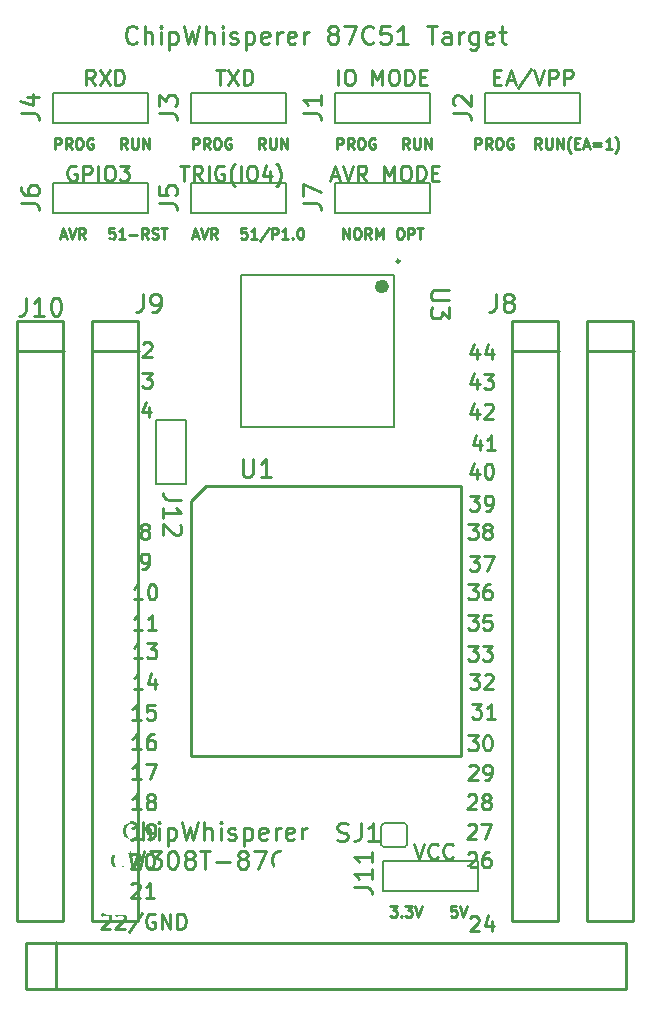
<source format=gbr>
%TF.GenerationSoftware,KiCad,Pcbnew,7.0.2*%
%TF.CreationDate,2023-05-23T14:23:01-07:00*%
%TF.ProjectId,CW308T_87C51,43573330-3854-45f3-9837-4335312e6b69,rev?*%
%TF.SameCoordinates,Original*%
%TF.FileFunction,Legend,Top*%
%TF.FilePolarity,Positive*%
%FSLAX46Y46*%
G04 Gerber Fmt 4.6, Leading zero omitted, Abs format (unit mm)*
G04 Created by KiCad (PCBNEW 7.0.2) date 2023-05-23 14:23:01*
%MOMM*%
%LPD*%
G01*
G04 APERTURE LIST*
%ADD10C,0.254000*%
%ADD11C,0.222250*%
%ADD12C,0.200000*%
%ADD13C,0.250000*%
%ADD14C,0.600000*%
%ADD15R,1.550000X1.550000*%
%ADD16C,1.550000*%
%ADD17R,1.524000X1.524000*%
%ADD18C,1.524000*%
%ADD19R,2.794000X1.524000*%
%ADD20O,2.794000X1.524000*%
%ADD21R,1.524000X2.794000*%
%ADD22O,1.524000X2.794000*%
%ADD23C,6.350000*%
%ADD24R,0.635000X1.270000*%
%ADD25O,0.550000X1.450000*%
%ADD26O,1.450000X0.550000*%
G04 APERTURE END LIST*
D10*
X56876666Y65439524D02*
X57662857Y65439524D01*
X57662857Y65439524D02*
X57239523Y64955715D01*
X57239523Y64955715D02*
X57420952Y64955715D01*
X57420952Y64955715D02*
X57541904Y64895239D01*
X57541904Y64895239D02*
X57602380Y64834762D01*
X57602380Y64834762D02*
X57662857Y64713810D01*
X57662857Y64713810D02*
X57662857Y64411429D01*
X57662857Y64411429D02*
X57602380Y64290477D01*
X57602380Y64290477D02*
X57541904Y64230000D01*
X57541904Y64230000D02*
X57420952Y64169524D01*
X57420952Y64169524D02*
X57058095Y64169524D01*
X57058095Y64169524D02*
X56937142Y64230000D01*
X56937142Y64230000D02*
X56876666Y64290477D01*
X56937142Y67918572D02*
X56997618Y67979048D01*
X56997618Y67979048D02*
X57118571Y68039524D01*
X57118571Y68039524D02*
X57420952Y68039524D01*
X57420952Y68039524D02*
X57541904Y67979048D01*
X57541904Y67979048D02*
X57602380Y67918572D01*
X57602380Y67918572D02*
X57662857Y67797620D01*
X57662857Y67797620D02*
X57662857Y67676667D01*
X57662857Y67676667D02*
X57602380Y67495239D01*
X57602380Y67495239D02*
X56876666Y66769524D01*
X56876666Y66769524D02*
X57662857Y66769524D01*
D11*
X54483000Y77693731D02*
X54059666Y77693731D01*
X54059666Y77693731D02*
X54017333Y77270398D01*
X54017333Y77270398D02*
X54059666Y77312731D01*
X54059666Y77312731D02*
X54144333Y77355064D01*
X54144333Y77355064D02*
X54356000Y77355064D01*
X54356000Y77355064D02*
X54440666Y77312731D01*
X54440666Y77312731D02*
X54483000Y77270398D01*
X54483000Y77270398D02*
X54525333Y77185731D01*
X54525333Y77185731D02*
X54525333Y76974064D01*
X54525333Y76974064D02*
X54483000Y76889398D01*
X54483000Y76889398D02*
X54440666Y76847064D01*
X54440666Y76847064D02*
X54356000Y76804731D01*
X54356000Y76804731D02*
X54144333Y76804731D01*
X54144333Y76804731D02*
X54059666Y76847064D01*
X54059666Y76847064D02*
X54017333Y76889398D01*
X55372000Y76804731D02*
X54864000Y76804731D01*
X55118000Y76804731D02*
X55118000Y77693731D01*
X55118000Y77693731D02*
X55033333Y77566731D01*
X55033333Y77566731D02*
X54948667Y77482064D01*
X54948667Y77482064D02*
X54864000Y77439731D01*
X55753000Y77143398D02*
X56430334Y77143398D01*
X57361667Y76804731D02*
X57065334Y77228064D01*
X56853667Y76804731D02*
X56853667Y77693731D01*
X56853667Y77693731D02*
X57192334Y77693731D01*
X57192334Y77693731D02*
X57277001Y77651398D01*
X57277001Y77651398D02*
X57319334Y77609064D01*
X57319334Y77609064D02*
X57361667Y77524398D01*
X57361667Y77524398D02*
X57361667Y77397398D01*
X57361667Y77397398D02*
X57319334Y77312731D01*
X57319334Y77312731D02*
X57277001Y77270398D01*
X57277001Y77270398D02*
X57192334Y77228064D01*
X57192334Y77228064D02*
X56853667Y77228064D01*
X57700334Y76847064D02*
X57827334Y76804731D01*
X57827334Y76804731D02*
X58039001Y76804731D01*
X58039001Y76804731D02*
X58123667Y76847064D01*
X58123667Y76847064D02*
X58166001Y76889398D01*
X58166001Y76889398D02*
X58208334Y76974064D01*
X58208334Y76974064D02*
X58208334Y77058731D01*
X58208334Y77058731D02*
X58166001Y77143398D01*
X58166001Y77143398D02*
X58123667Y77185731D01*
X58123667Y77185731D02*
X58039001Y77228064D01*
X58039001Y77228064D02*
X57869667Y77270398D01*
X57869667Y77270398D02*
X57785001Y77312731D01*
X57785001Y77312731D02*
X57742667Y77355064D01*
X57742667Y77355064D02*
X57700334Y77439731D01*
X57700334Y77439731D02*
X57700334Y77524398D01*
X57700334Y77524398D02*
X57742667Y77609064D01*
X57742667Y77609064D02*
X57785001Y77651398D01*
X57785001Y77651398D02*
X57869667Y77693731D01*
X57869667Y77693731D02*
X58081334Y77693731D01*
X58081334Y77693731D02*
X58208334Y77651398D01*
X58462334Y77693731D02*
X58970334Y77693731D01*
X58716334Y76804731D02*
X58716334Y77693731D01*
D10*
X85237142Y62416191D02*
X85237142Y61569524D01*
X84934761Y62900000D02*
X84632380Y61992858D01*
X84632380Y61992858D02*
X85418571Y61992858D01*
X85841904Y62718572D02*
X85902380Y62779048D01*
X85902380Y62779048D02*
X86023333Y62839524D01*
X86023333Y62839524D02*
X86325714Y62839524D01*
X86325714Y62839524D02*
X86446666Y62779048D01*
X86446666Y62779048D02*
X86507142Y62718572D01*
X86507142Y62718572D02*
X86567619Y62597620D01*
X86567619Y62597620D02*
X86567619Y62476667D01*
X86567619Y62476667D02*
X86507142Y62295239D01*
X86507142Y62295239D02*
X85781428Y61569524D01*
X85781428Y61569524D02*
X86567619Y61569524D01*
X56758095Y28469524D02*
X56032380Y28469524D01*
X56395237Y28469524D02*
X56395237Y29739524D01*
X56395237Y29739524D02*
X56274285Y29558096D01*
X56274285Y29558096D02*
X56153333Y29437143D01*
X56153333Y29437143D02*
X56032380Y29376667D01*
X57483809Y29195239D02*
X57362857Y29255715D01*
X57362857Y29255715D02*
X57302380Y29316191D01*
X57302380Y29316191D02*
X57241904Y29437143D01*
X57241904Y29437143D02*
X57241904Y29497620D01*
X57241904Y29497620D02*
X57302380Y29618572D01*
X57302380Y29618572D02*
X57362857Y29679048D01*
X57362857Y29679048D02*
X57483809Y29739524D01*
X57483809Y29739524D02*
X57725714Y29739524D01*
X57725714Y29739524D02*
X57846666Y29679048D01*
X57846666Y29679048D02*
X57907142Y29618572D01*
X57907142Y29618572D02*
X57967619Y29497620D01*
X57967619Y29497620D02*
X57967619Y29437143D01*
X57967619Y29437143D02*
X57907142Y29316191D01*
X57907142Y29316191D02*
X57846666Y29255715D01*
X57846666Y29255715D02*
X57725714Y29195239D01*
X57725714Y29195239D02*
X57483809Y29195239D01*
X57483809Y29195239D02*
X57362857Y29134762D01*
X57362857Y29134762D02*
X57302380Y29074286D01*
X57302380Y29074286D02*
X57241904Y28953334D01*
X57241904Y28953334D02*
X57241904Y28711429D01*
X57241904Y28711429D02*
X57302380Y28590477D01*
X57302380Y28590477D02*
X57362857Y28530000D01*
X57362857Y28530000D02*
X57483809Y28469524D01*
X57483809Y28469524D02*
X57725714Y28469524D01*
X57725714Y28469524D02*
X57846666Y28530000D01*
X57846666Y28530000D02*
X57907142Y28590477D01*
X57907142Y28590477D02*
X57967619Y28711429D01*
X57967619Y28711429D02*
X57967619Y28953334D01*
X57967619Y28953334D02*
X57907142Y29074286D01*
X57907142Y29074286D02*
X57846666Y29134762D01*
X57846666Y29134762D02*
X57725714Y29195239D01*
X56758095Y33569524D02*
X56032380Y33569524D01*
X56395237Y33569524D02*
X56395237Y34839524D01*
X56395237Y34839524D02*
X56274285Y34658096D01*
X56274285Y34658096D02*
X56153333Y34537143D01*
X56153333Y34537143D02*
X56032380Y34476667D01*
X57846666Y34839524D02*
X57604761Y34839524D01*
X57604761Y34839524D02*
X57483809Y34779048D01*
X57483809Y34779048D02*
X57423333Y34718572D01*
X57423333Y34718572D02*
X57302380Y34537143D01*
X57302380Y34537143D02*
X57241904Y34295239D01*
X57241904Y34295239D02*
X57241904Y33811429D01*
X57241904Y33811429D02*
X57302380Y33690477D01*
X57302380Y33690477D02*
X57362857Y33630000D01*
X57362857Y33630000D02*
X57483809Y33569524D01*
X57483809Y33569524D02*
X57725714Y33569524D01*
X57725714Y33569524D02*
X57846666Y33630000D01*
X57846666Y33630000D02*
X57907142Y33690477D01*
X57907142Y33690477D02*
X57967619Y33811429D01*
X57967619Y33811429D02*
X57967619Y34113810D01*
X57967619Y34113810D02*
X57907142Y34234762D01*
X57907142Y34234762D02*
X57846666Y34295239D01*
X57846666Y34295239D02*
X57725714Y34355715D01*
X57725714Y34355715D02*
X57483809Y34355715D01*
X57483809Y34355715D02*
X57362857Y34295239D01*
X57362857Y34295239D02*
X57302380Y34234762D01*
X57302380Y34234762D02*
X57241904Y34113810D01*
D11*
X65659000Y77693731D02*
X65235666Y77693731D01*
X65235666Y77693731D02*
X65193333Y77270398D01*
X65193333Y77270398D02*
X65235666Y77312731D01*
X65235666Y77312731D02*
X65320333Y77355064D01*
X65320333Y77355064D02*
X65532000Y77355064D01*
X65532000Y77355064D02*
X65616666Y77312731D01*
X65616666Y77312731D02*
X65659000Y77270398D01*
X65659000Y77270398D02*
X65701333Y77185731D01*
X65701333Y77185731D02*
X65701333Y76974064D01*
X65701333Y76974064D02*
X65659000Y76889398D01*
X65659000Y76889398D02*
X65616666Y76847064D01*
X65616666Y76847064D02*
X65532000Y76804731D01*
X65532000Y76804731D02*
X65320333Y76804731D01*
X65320333Y76804731D02*
X65235666Y76847064D01*
X65235666Y76847064D02*
X65193333Y76889398D01*
X66548000Y76804731D02*
X66040000Y76804731D01*
X66294000Y76804731D02*
X66294000Y77693731D01*
X66294000Y77693731D02*
X66209333Y77566731D01*
X66209333Y77566731D02*
X66124667Y77482064D01*
X66124667Y77482064D02*
X66040000Y77439731D01*
X67564000Y77736064D02*
X66802000Y76593064D01*
X67860333Y76804731D02*
X67860333Y77693731D01*
X67860333Y77693731D02*
X68199000Y77693731D01*
X68199000Y77693731D02*
X68283667Y77651398D01*
X68283667Y77651398D02*
X68326000Y77609064D01*
X68326000Y77609064D02*
X68368333Y77524398D01*
X68368333Y77524398D02*
X68368333Y77397398D01*
X68368333Y77397398D02*
X68326000Y77312731D01*
X68326000Y77312731D02*
X68283667Y77270398D01*
X68283667Y77270398D02*
X68199000Y77228064D01*
X68199000Y77228064D02*
X67860333Y77228064D01*
X69215000Y76804731D02*
X68707000Y76804731D01*
X68961000Y76804731D02*
X68961000Y77693731D01*
X68961000Y77693731D02*
X68876333Y77566731D01*
X68876333Y77566731D02*
X68791667Y77482064D01*
X68791667Y77482064D02*
X68707000Y77439731D01*
X69596000Y76889398D02*
X69638334Y76847064D01*
X69638334Y76847064D02*
X69596000Y76804731D01*
X69596000Y76804731D02*
X69553667Y76847064D01*
X69553667Y76847064D02*
X69596000Y76889398D01*
X69596000Y76889398D02*
X69596000Y76804731D01*
X70188667Y77693731D02*
X70273333Y77693731D01*
X70273333Y77693731D02*
X70358000Y77651398D01*
X70358000Y77651398D02*
X70400333Y77609064D01*
X70400333Y77609064D02*
X70442667Y77524398D01*
X70442667Y77524398D02*
X70485000Y77355064D01*
X70485000Y77355064D02*
X70485000Y77143398D01*
X70485000Y77143398D02*
X70442667Y76974064D01*
X70442667Y76974064D02*
X70400333Y76889398D01*
X70400333Y76889398D02*
X70358000Y76847064D01*
X70358000Y76847064D02*
X70273333Y76804731D01*
X70273333Y76804731D02*
X70188667Y76804731D01*
X70188667Y76804731D02*
X70104000Y76847064D01*
X70104000Y76847064D02*
X70061667Y76889398D01*
X70061667Y76889398D02*
X70019333Y76974064D01*
X70019333Y76974064D02*
X69977000Y77143398D01*
X69977000Y77143398D02*
X69977000Y77355064D01*
X69977000Y77355064D02*
X70019333Y77524398D01*
X70019333Y77524398D02*
X70061667Y77609064D01*
X70061667Y77609064D02*
X70104000Y77651398D01*
X70104000Y77651398D02*
X70188667Y77693731D01*
X49487666Y84424731D02*
X49487666Y85313731D01*
X49487666Y85313731D02*
X49826333Y85313731D01*
X49826333Y85313731D02*
X49911000Y85271398D01*
X49911000Y85271398D02*
X49953333Y85229064D01*
X49953333Y85229064D02*
X49995666Y85144398D01*
X49995666Y85144398D02*
X49995666Y85017398D01*
X49995666Y85017398D02*
X49953333Y84932731D01*
X49953333Y84932731D02*
X49911000Y84890398D01*
X49911000Y84890398D02*
X49826333Y84848064D01*
X49826333Y84848064D02*
X49487666Y84848064D01*
X50884666Y84424731D02*
X50588333Y84848064D01*
X50376666Y84424731D02*
X50376666Y85313731D01*
X50376666Y85313731D02*
X50715333Y85313731D01*
X50715333Y85313731D02*
X50800000Y85271398D01*
X50800000Y85271398D02*
X50842333Y85229064D01*
X50842333Y85229064D02*
X50884666Y85144398D01*
X50884666Y85144398D02*
X50884666Y85017398D01*
X50884666Y85017398D02*
X50842333Y84932731D01*
X50842333Y84932731D02*
X50800000Y84890398D01*
X50800000Y84890398D02*
X50715333Y84848064D01*
X50715333Y84848064D02*
X50376666Y84848064D01*
X51435000Y85313731D02*
X51604333Y85313731D01*
X51604333Y85313731D02*
X51689000Y85271398D01*
X51689000Y85271398D02*
X51773666Y85186731D01*
X51773666Y85186731D02*
X51816000Y85017398D01*
X51816000Y85017398D02*
X51816000Y84721064D01*
X51816000Y84721064D02*
X51773666Y84551731D01*
X51773666Y84551731D02*
X51689000Y84467064D01*
X51689000Y84467064D02*
X51604333Y84424731D01*
X51604333Y84424731D02*
X51435000Y84424731D01*
X51435000Y84424731D02*
X51350333Y84467064D01*
X51350333Y84467064D02*
X51265666Y84551731D01*
X51265666Y84551731D02*
X51223333Y84721064D01*
X51223333Y84721064D02*
X51223333Y85017398D01*
X51223333Y85017398D02*
X51265666Y85186731D01*
X51265666Y85186731D02*
X51350333Y85271398D01*
X51350333Y85271398D02*
X51435000Y85313731D01*
X52662666Y85271398D02*
X52577999Y85313731D01*
X52577999Y85313731D02*
X52450999Y85313731D01*
X52450999Y85313731D02*
X52323999Y85271398D01*
X52323999Y85271398D02*
X52239333Y85186731D01*
X52239333Y85186731D02*
X52196999Y85102064D01*
X52196999Y85102064D02*
X52154666Y84932731D01*
X52154666Y84932731D02*
X52154666Y84805731D01*
X52154666Y84805731D02*
X52196999Y84636398D01*
X52196999Y84636398D02*
X52239333Y84551731D01*
X52239333Y84551731D02*
X52323999Y84467064D01*
X52323999Y84467064D02*
X52450999Y84424731D01*
X52450999Y84424731D02*
X52535666Y84424731D01*
X52535666Y84424731D02*
X52662666Y84467064D01*
X52662666Y84467064D02*
X52704999Y84509398D01*
X52704999Y84509398D02*
X52704999Y84805731D01*
X52704999Y84805731D02*
X52535666Y84805731D01*
D10*
X85437142Y59716191D02*
X85437142Y58869524D01*
X85134761Y60200000D02*
X84832380Y59292858D01*
X84832380Y59292858D02*
X85618571Y59292858D01*
X86767619Y58869524D02*
X86041904Y58869524D01*
X86404761Y58869524D02*
X86404761Y60139524D01*
X86404761Y60139524D02*
X86283809Y59958096D01*
X86283809Y59958096D02*
X86162857Y59837143D01*
X86162857Y59837143D02*
X86041904Y59776667D01*
X56250857Y26048572D02*
X56178285Y25976000D01*
X56178285Y25976000D02*
X55960571Y25903429D01*
X55960571Y25903429D02*
X55815428Y25903429D01*
X55815428Y25903429D02*
X55597714Y25976000D01*
X55597714Y25976000D02*
X55452571Y26121143D01*
X55452571Y26121143D02*
X55380000Y26266286D01*
X55380000Y26266286D02*
X55307428Y26556572D01*
X55307428Y26556572D02*
X55307428Y26774286D01*
X55307428Y26774286D02*
X55380000Y27064572D01*
X55380000Y27064572D02*
X55452571Y27209715D01*
X55452571Y27209715D02*
X55597714Y27354858D01*
X55597714Y27354858D02*
X55815428Y27427429D01*
X55815428Y27427429D02*
X55960571Y27427429D01*
X55960571Y27427429D02*
X56178285Y27354858D01*
X56178285Y27354858D02*
X56250857Y27282286D01*
X56904000Y25903429D02*
X56904000Y27427429D01*
X57557143Y25903429D02*
X57557143Y26701715D01*
X57557143Y26701715D02*
X57484571Y26846858D01*
X57484571Y26846858D02*
X57339428Y26919429D01*
X57339428Y26919429D02*
X57121714Y26919429D01*
X57121714Y26919429D02*
X56976571Y26846858D01*
X56976571Y26846858D02*
X56904000Y26774286D01*
X58282857Y25903429D02*
X58282857Y26919429D01*
X58282857Y27427429D02*
X58210285Y27354858D01*
X58210285Y27354858D02*
X58282857Y27282286D01*
X58282857Y27282286D02*
X58355428Y27354858D01*
X58355428Y27354858D02*
X58282857Y27427429D01*
X58282857Y27427429D02*
X58282857Y27282286D01*
X59008571Y26919429D02*
X59008571Y25395429D01*
X59008571Y26846858D02*
X59153714Y26919429D01*
X59153714Y26919429D02*
X59443999Y26919429D01*
X59443999Y26919429D02*
X59589142Y26846858D01*
X59589142Y26846858D02*
X59661714Y26774286D01*
X59661714Y26774286D02*
X59734285Y26629143D01*
X59734285Y26629143D02*
X59734285Y26193715D01*
X59734285Y26193715D02*
X59661714Y26048572D01*
X59661714Y26048572D02*
X59589142Y25976000D01*
X59589142Y25976000D02*
X59443999Y25903429D01*
X59443999Y25903429D02*
X59153714Y25903429D01*
X59153714Y25903429D02*
X59008571Y25976000D01*
X60242285Y27427429D02*
X60605142Y25903429D01*
X60605142Y25903429D02*
X60895428Y26992000D01*
X60895428Y26992000D02*
X61185713Y25903429D01*
X61185713Y25903429D02*
X61548571Y27427429D01*
X62129142Y25903429D02*
X62129142Y27427429D01*
X62782285Y25903429D02*
X62782285Y26701715D01*
X62782285Y26701715D02*
X62709713Y26846858D01*
X62709713Y26846858D02*
X62564570Y26919429D01*
X62564570Y26919429D02*
X62346856Y26919429D01*
X62346856Y26919429D02*
X62201713Y26846858D01*
X62201713Y26846858D02*
X62129142Y26774286D01*
X63507999Y25903429D02*
X63507999Y26919429D01*
X63507999Y27427429D02*
X63435427Y27354858D01*
X63435427Y27354858D02*
X63507999Y27282286D01*
X63507999Y27282286D02*
X63580570Y27354858D01*
X63580570Y27354858D02*
X63507999Y27427429D01*
X63507999Y27427429D02*
X63507999Y27282286D01*
X64161141Y25976000D02*
X64306284Y25903429D01*
X64306284Y25903429D02*
X64596570Y25903429D01*
X64596570Y25903429D02*
X64741713Y25976000D01*
X64741713Y25976000D02*
X64814284Y26121143D01*
X64814284Y26121143D02*
X64814284Y26193715D01*
X64814284Y26193715D02*
X64741713Y26338858D01*
X64741713Y26338858D02*
X64596570Y26411429D01*
X64596570Y26411429D02*
X64378856Y26411429D01*
X64378856Y26411429D02*
X64233713Y26484000D01*
X64233713Y26484000D02*
X64161141Y26629143D01*
X64161141Y26629143D02*
X64161141Y26701715D01*
X64161141Y26701715D02*
X64233713Y26846858D01*
X64233713Y26846858D02*
X64378856Y26919429D01*
X64378856Y26919429D02*
X64596570Y26919429D01*
X64596570Y26919429D02*
X64741713Y26846858D01*
X65467427Y26919429D02*
X65467427Y25395429D01*
X65467427Y26846858D02*
X65612570Y26919429D01*
X65612570Y26919429D02*
X65902855Y26919429D01*
X65902855Y26919429D02*
X66047998Y26846858D01*
X66047998Y26846858D02*
X66120570Y26774286D01*
X66120570Y26774286D02*
X66193141Y26629143D01*
X66193141Y26629143D02*
X66193141Y26193715D01*
X66193141Y26193715D02*
X66120570Y26048572D01*
X66120570Y26048572D02*
X66047998Y25976000D01*
X66047998Y25976000D02*
X65902855Y25903429D01*
X65902855Y25903429D02*
X65612570Y25903429D01*
X65612570Y25903429D02*
X65467427Y25976000D01*
X67426855Y25976000D02*
X67281712Y25903429D01*
X67281712Y25903429D02*
X66991427Y25903429D01*
X66991427Y25903429D02*
X66846284Y25976000D01*
X66846284Y25976000D02*
X66773712Y26121143D01*
X66773712Y26121143D02*
X66773712Y26701715D01*
X66773712Y26701715D02*
X66846284Y26846858D01*
X66846284Y26846858D02*
X66991427Y26919429D01*
X66991427Y26919429D02*
X67281712Y26919429D01*
X67281712Y26919429D02*
X67426855Y26846858D01*
X67426855Y26846858D02*
X67499427Y26701715D01*
X67499427Y26701715D02*
X67499427Y26556572D01*
X67499427Y26556572D02*
X66773712Y26411429D01*
X68152570Y25903429D02*
X68152570Y26919429D01*
X68152570Y26629143D02*
X68225141Y26774286D01*
X68225141Y26774286D02*
X68297713Y26846858D01*
X68297713Y26846858D02*
X68442855Y26919429D01*
X68442855Y26919429D02*
X68587998Y26919429D01*
X69676570Y25976000D02*
X69531427Y25903429D01*
X69531427Y25903429D02*
X69241142Y25903429D01*
X69241142Y25903429D02*
X69095999Y25976000D01*
X69095999Y25976000D02*
X69023427Y26121143D01*
X69023427Y26121143D02*
X69023427Y26701715D01*
X69023427Y26701715D02*
X69095999Y26846858D01*
X69095999Y26846858D02*
X69241142Y26919429D01*
X69241142Y26919429D02*
X69531427Y26919429D01*
X69531427Y26919429D02*
X69676570Y26846858D01*
X69676570Y26846858D02*
X69749142Y26701715D01*
X69749142Y26701715D02*
X69749142Y26556572D01*
X69749142Y26556572D02*
X69023427Y26411429D01*
X70402285Y25903429D02*
X70402285Y26919429D01*
X70402285Y26629143D02*
X70474856Y26774286D01*
X70474856Y26774286D02*
X70547428Y26846858D01*
X70547428Y26846858D02*
X70692570Y26919429D01*
X70692570Y26919429D02*
X70837713Y26919429D01*
X55234856Y23579692D02*
X55162284Y23507120D01*
X55162284Y23507120D02*
X54944570Y23434549D01*
X54944570Y23434549D02*
X54799427Y23434549D01*
X54799427Y23434549D02*
X54581713Y23507120D01*
X54581713Y23507120D02*
X54436570Y23652263D01*
X54436570Y23652263D02*
X54363999Y23797406D01*
X54363999Y23797406D02*
X54291427Y24087692D01*
X54291427Y24087692D02*
X54291427Y24305406D01*
X54291427Y24305406D02*
X54363999Y24595692D01*
X54363999Y24595692D02*
X54436570Y24740835D01*
X54436570Y24740835D02*
X54581713Y24885978D01*
X54581713Y24885978D02*
X54799427Y24958549D01*
X54799427Y24958549D02*
X54944570Y24958549D01*
X54944570Y24958549D02*
X55162284Y24885978D01*
X55162284Y24885978D02*
X55234856Y24813406D01*
X55742856Y24958549D02*
X56105713Y23434549D01*
X56105713Y23434549D02*
X56395999Y24523120D01*
X56395999Y24523120D02*
X56686284Y23434549D01*
X56686284Y23434549D02*
X57049142Y24958549D01*
X57484570Y24958549D02*
X58427998Y24958549D01*
X58427998Y24958549D02*
X57919998Y24377978D01*
X57919998Y24377978D02*
X58137713Y24377978D01*
X58137713Y24377978D02*
X58282856Y24305406D01*
X58282856Y24305406D02*
X58355427Y24232835D01*
X58355427Y24232835D02*
X58427998Y24087692D01*
X58427998Y24087692D02*
X58427998Y23724835D01*
X58427998Y23724835D02*
X58355427Y23579692D01*
X58355427Y23579692D02*
X58282856Y23507120D01*
X58282856Y23507120D02*
X58137713Y23434549D01*
X58137713Y23434549D02*
X57702284Y23434549D01*
X57702284Y23434549D02*
X57557141Y23507120D01*
X57557141Y23507120D02*
X57484570Y23579692D01*
X59371427Y24958549D02*
X59516570Y24958549D01*
X59516570Y24958549D02*
X59661713Y24885978D01*
X59661713Y24885978D02*
X59734285Y24813406D01*
X59734285Y24813406D02*
X59806856Y24668263D01*
X59806856Y24668263D02*
X59879427Y24377978D01*
X59879427Y24377978D02*
X59879427Y24015120D01*
X59879427Y24015120D02*
X59806856Y23724835D01*
X59806856Y23724835D02*
X59734285Y23579692D01*
X59734285Y23579692D02*
X59661713Y23507120D01*
X59661713Y23507120D02*
X59516570Y23434549D01*
X59516570Y23434549D02*
X59371427Y23434549D01*
X59371427Y23434549D02*
X59226285Y23507120D01*
X59226285Y23507120D02*
X59153713Y23579692D01*
X59153713Y23579692D02*
X59081142Y23724835D01*
X59081142Y23724835D02*
X59008570Y24015120D01*
X59008570Y24015120D02*
X59008570Y24377978D01*
X59008570Y24377978D02*
X59081142Y24668263D01*
X59081142Y24668263D02*
X59153713Y24813406D01*
X59153713Y24813406D02*
X59226285Y24885978D01*
X59226285Y24885978D02*
X59371427Y24958549D01*
X60750285Y24305406D02*
X60605142Y24377978D01*
X60605142Y24377978D02*
X60532571Y24450549D01*
X60532571Y24450549D02*
X60459999Y24595692D01*
X60459999Y24595692D02*
X60459999Y24668263D01*
X60459999Y24668263D02*
X60532571Y24813406D01*
X60532571Y24813406D02*
X60605142Y24885978D01*
X60605142Y24885978D02*
X60750285Y24958549D01*
X60750285Y24958549D02*
X61040571Y24958549D01*
X61040571Y24958549D02*
X61185714Y24885978D01*
X61185714Y24885978D02*
X61258285Y24813406D01*
X61258285Y24813406D02*
X61330856Y24668263D01*
X61330856Y24668263D02*
X61330856Y24595692D01*
X61330856Y24595692D02*
X61258285Y24450549D01*
X61258285Y24450549D02*
X61185714Y24377978D01*
X61185714Y24377978D02*
X61040571Y24305406D01*
X61040571Y24305406D02*
X60750285Y24305406D01*
X60750285Y24305406D02*
X60605142Y24232835D01*
X60605142Y24232835D02*
X60532571Y24160263D01*
X60532571Y24160263D02*
X60459999Y24015120D01*
X60459999Y24015120D02*
X60459999Y23724835D01*
X60459999Y23724835D02*
X60532571Y23579692D01*
X60532571Y23579692D02*
X60605142Y23507120D01*
X60605142Y23507120D02*
X60750285Y23434549D01*
X60750285Y23434549D02*
X61040571Y23434549D01*
X61040571Y23434549D02*
X61185714Y23507120D01*
X61185714Y23507120D02*
X61258285Y23579692D01*
X61258285Y23579692D02*
X61330856Y23724835D01*
X61330856Y23724835D02*
X61330856Y24015120D01*
X61330856Y24015120D02*
X61258285Y24160263D01*
X61258285Y24160263D02*
X61185714Y24232835D01*
X61185714Y24232835D02*
X61040571Y24305406D01*
X61766285Y24958549D02*
X62637143Y24958549D01*
X62201714Y23434549D02*
X62201714Y24958549D01*
X63145143Y24015120D02*
X64306286Y24015120D01*
X65249714Y24305406D02*
X65104571Y24377978D01*
X65104571Y24377978D02*
X65032000Y24450549D01*
X65032000Y24450549D02*
X64959428Y24595692D01*
X64959428Y24595692D02*
X64959428Y24668263D01*
X64959428Y24668263D02*
X65032000Y24813406D01*
X65032000Y24813406D02*
X65104571Y24885978D01*
X65104571Y24885978D02*
X65249714Y24958549D01*
X65249714Y24958549D02*
X65540000Y24958549D01*
X65540000Y24958549D02*
X65685143Y24885978D01*
X65685143Y24885978D02*
X65757714Y24813406D01*
X65757714Y24813406D02*
X65830285Y24668263D01*
X65830285Y24668263D02*
X65830285Y24595692D01*
X65830285Y24595692D02*
X65757714Y24450549D01*
X65757714Y24450549D02*
X65685143Y24377978D01*
X65685143Y24377978D02*
X65540000Y24305406D01*
X65540000Y24305406D02*
X65249714Y24305406D01*
X65249714Y24305406D02*
X65104571Y24232835D01*
X65104571Y24232835D02*
X65032000Y24160263D01*
X65032000Y24160263D02*
X64959428Y24015120D01*
X64959428Y24015120D02*
X64959428Y23724835D01*
X64959428Y23724835D02*
X65032000Y23579692D01*
X65032000Y23579692D02*
X65104571Y23507120D01*
X65104571Y23507120D02*
X65249714Y23434549D01*
X65249714Y23434549D02*
X65540000Y23434549D01*
X65540000Y23434549D02*
X65685143Y23507120D01*
X65685143Y23507120D02*
X65757714Y23579692D01*
X65757714Y23579692D02*
X65830285Y23724835D01*
X65830285Y23724835D02*
X65830285Y24015120D01*
X65830285Y24015120D02*
X65757714Y24160263D01*
X65757714Y24160263D02*
X65685143Y24232835D01*
X65685143Y24232835D02*
X65540000Y24305406D01*
X66338286Y24958549D02*
X67354286Y24958549D01*
X67354286Y24958549D02*
X66701143Y23434549D01*
X68805715Y23579692D02*
X68733143Y23507120D01*
X68733143Y23507120D02*
X68515429Y23434549D01*
X68515429Y23434549D02*
X68370286Y23434549D01*
X68370286Y23434549D02*
X68152572Y23507120D01*
X68152572Y23507120D02*
X68007429Y23652263D01*
X68007429Y23652263D02*
X67934858Y23797406D01*
X67934858Y23797406D02*
X67862286Y24087692D01*
X67862286Y24087692D02*
X67862286Y24305406D01*
X67862286Y24305406D02*
X67934858Y24595692D01*
X67934858Y24595692D02*
X68007429Y24740835D01*
X68007429Y24740835D02*
X68152572Y24885978D01*
X68152572Y24885978D02*
X68370286Y24958549D01*
X68370286Y24958549D02*
X68515429Y24958549D01*
X68515429Y24958549D02*
X68733143Y24885978D01*
X68733143Y24885978D02*
X68805715Y24813406D01*
X70184572Y24958549D02*
X69458858Y24958549D01*
X69458858Y24958549D02*
X69386286Y24232835D01*
X69386286Y24232835D02*
X69458858Y24305406D01*
X69458858Y24305406D02*
X69604001Y24377978D01*
X69604001Y24377978D02*
X69966858Y24377978D01*
X69966858Y24377978D02*
X70112001Y24305406D01*
X70112001Y24305406D02*
X70184572Y24232835D01*
X70184572Y24232835D02*
X70257143Y24087692D01*
X70257143Y24087692D02*
X70257143Y23724835D01*
X70257143Y23724835D02*
X70184572Y23579692D01*
X70184572Y23579692D02*
X70112001Y23507120D01*
X70112001Y23507120D02*
X69966858Y23434549D01*
X69966858Y23434549D02*
X69604001Y23434549D01*
X69604001Y23434549D02*
X69458858Y23507120D01*
X69458858Y23507120D02*
X69386286Y23579692D01*
X71708572Y23434549D02*
X70837715Y23434549D01*
X71273144Y23434549D02*
X71273144Y24958549D01*
X71273144Y24958549D02*
X71128001Y24740835D01*
X71128001Y24740835D02*
X70982858Y24595692D01*
X70982858Y24595692D02*
X70837715Y24523120D01*
X84471904Y47539524D02*
X85258095Y47539524D01*
X85258095Y47539524D02*
X84834761Y47055715D01*
X84834761Y47055715D02*
X85016190Y47055715D01*
X85016190Y47055715D02*
X85137142Y46995239D01*
X85137142Y46995239D02*
X85197618Y46934762D01*
X85197618Y46934762D02*
X85258095Y46813810D01*
X85258095Y46813810D02*
X85258095Y46511429D01*
X85258095Y46511429D02*
X85197618Y46390477D01*
X85197618Y46390477D02*
X85137142Y46330000D01*
X85137142Y46330000D02*
X85016190Y46269524D01*
X85016190Y46269524D02*
X84653333Y46269524D01*
X84653333Y46269524D02*
X84532380Y46330000D01*
X84532380Y46330000D02*
X84471904Y46390477D01*
X86346666Y47539524D02*
X86104761Y47539524D01*
X86104761Y47539524D02*
X85983809Y47479048D01*
X85983809Y47479048D02*
X85923333Y47418572D01*
X85923333Y47418572D02*
X85802380Y47237143D01*
X85802380Y47237143D02*
X85741904Y46995239D01*
X85741904Y46995239D02*
X85741904Y46511429D01*
X85741904Y46511429D02*
X85802380Y46390477D01*
X85802380Y46390477D02*
X85862857Y46330000D01*
X85862857Y46330000D02*
X85983809Y46269524D01*
X85983809Y46269524D02*
X86225714Y46269524D01*
X86225714Y46269524D02*
X86346666Y46330000D01*
X86346666Y46330000D02*
X86407142Y46390477D01*
X86407142Y46390477D02*
X86467619Y46511429D01*
X86467619Y46511429D02*
X86467619Y46813810D01*
X86467619Y46813810D02*
X86407142Y46934762D01*
X86407142Y46934762D02*
X86346666Y46995239D01*
X86346666Y46995239D02*
X86225714Y47055715D01*
X86225714Y47055715D02*
X85983809Y47055715D01*
X85983809Y47055715D02*
X85862857Y46995239D01*
X85862857Y46995239D02*
X85802380Y46934762D01*
X85802380Y46934762D02*
X85741904Y46813810D01*
D11*
X61129333Y77058731D02*
X61552666Y77058731D01*
X61044666Y76804731D02*
X61341000Y77693731D01*
X61341000Y77693731D02*
X61637333Y76804731D01*
X61806666Y77693731D02*
X62103000Y76804731D01*
X62103000Y76804731D02*
X62399333Y77693731D01*
X63203666Y76804731D02*
X62907333Y77228064D01*
X62695666Y76804731D02*
X62695666Y77693731D01*
X62695666Y77693731D02*
X63034333Y77693731D01*
X63034333Y77693731D02*
X63119000Y77651398D01*
X63119000Y77651398D02*
X63161333Y77609064D01*
X63161333Y77609064D02*
X63203666Y77524398D01*
X63203666Y77524398D02*
X63203666Y77397398D01*
X63203666Y77397398D02*
X63161333Y77312731D01*
X63161333Y77312731D02*
X63119000Y77270398D01*
X63119000Y77270398D02*
X63034333Y77228064D01*
X63034333Y77228064D02*
X62695666Y77228064D01*
D10*
X56979047Y52095239D02*
X56858095Y52155715D01*
X56858095Y52155715D02*
X56797618Y52216191D01*
X56797618Y52216191D02*
X56737142Y52337143D01*
X56737142Y52337143D02*
X56737142Y52397620D01*
X56737142Y52397620D02*
X56797618Y52518572D01*
X56797618Y52518572D02*
X56858095Y52579048D01*
X56858095Y52579048D02*
X56979047Y52639524D01*
X56979047Y52639524D02*
X57220952Y52639524D01*
X57220952Y52639524D02*
X57341904Y52579048D01*
X57341904Y52579048D02*
X57402380Y52518572D01*
X57402380Y52518572D02*
X57462857Y52397620D01*
X57462857Y52397620D02*
X57462857Y52337143D01*
X57462857Y52337143D02*
X57402380Y52216191D01*
X57402380Y52216191D02*
X57341904Y52155715D01*
X57341904Y52155715D02*
X57220952Y52095239D01*
X57220952Y52095239D02*
X56979047Y52095239D01*
X56979047Y52095239D02*
X56858095Y52034762D01*
X56858095Y52034762D02*
X56797618Y51974286D01*
X56797618Y51974286D02*
X56737142Y51853334D01*
X56737142Y51853334D02*
X56737142Y51611429D01*
X56737142Y51611429D02*
X56797618Y51490477D01*
X56797618Y51490477D02*
X56858095Y51430000D01*
X56858095Y51430000D02*
X56979047Y51369524D01*
X56979047Y51369524D02*
X57220952Y51369524D01*
X57220952Y51369524D02*
X57341904Y51430000D01*
X57341904Y51430000D02*
X57402380Y51490477D01*
X57402380Y51490477D02*
X57462857Y51611429D01*
X57462857Y51611429D02*
X57462857Y51853334D01*
X57462857Y51853334D02*
X57402380Y51974286D01*
X57402380Y51974286D02*
X57341904Y52034762D01*
X57341904Y52034762D02*
X57220952Y52095239D01*
X56858095Y41269524D02*
X56132380Y41269524D01*
X56495237Y41269524D02*
X56495237Y42539524D01*
X56495237Y42539524D02*
X56374285Y42358096D01*
X56374285Y42358096D02*
X56253333Y42237143D01*
X56253333Y42237143D02*
X56132380Y42176667D01*
X57281428Y42539524D02*
X58067619Y42539524D01*
X58067619Y42539524D02*
X57644285Y42055715D01*
X57644285Y42055715D02*
X57825714Y42055715D01*
X57825714Y42055715D02*
X57946666Y41995239D01*
X57946666Y41995239D02*
X58007142Y41934762D01*
X58007142Y41934762D02*
X58067619Y41813810D01*
X58067619Y41813810D02*
X58067619Y41511429D01*
X58067619Y41511429D02*
X58007142Y41390477D01*
X58007142Y41390477D02*
X57946666Y41330000D01*
X57946666Y41330000D02*
X57825714Y41269524D01*
X57825714Y41269524D02*
X57462857Y41269524D01*
X57462857Y41269524D02*
X57341904Y41330000D01*
X57341904Y41330000D02*
X57281428Y41390477D01*
X56758095Y36069524D02*
X56032380Y36069524D01*
X56395237Y36069524D02*
X56395237Y37339524D01*
X56395237Y37339524D02*
X56274285Y37158096D01*
X56274285Y37158096D02*
X56153333Y37037143D01*
X56153333Y37037143D02*
X56032380Y36976667D01*
X57907142Y37339524D02*
X57302380Y37339524D01*
X57302380Y37339524D02*
X57241904Y36734762D01*
X57241904Y36734762D02*
X57302380Y36795239D01*
X57302380Y36795239D02*
X57423333Y36855715D01*
X57423333Y36855715D02*
X57725714Y36855715D01*
X57725714Y36855715D02*
X57846666Y36795239D01*
X57846666Y36795239D02*
X57907142Y36734762D01*
X57907142Y36734762D02*
X57967619Y36613810D01*
X57967619Y36613810D02*
X57967619Y36311429D01*
X57967619Y36311429D02*
X57907142Y36190477D01*
X57907142Y36190477D02*
X57846666Y36130000D01*
X57846666Y36130000D02*
X57725714Y36069524D01*
X57725714Y36069524D02*
X57423333Y36069524D01*
X57423333Y36069524D02*
X57302380Y36130000D01*
X57302380Y36130000D02*
X57241904Y36190477D01*
X72885904Y82071331D02*
X73490666Y82071331D01*
X72764952Y81708474D02*
X73188285Y82978474D01*
X73188285Y82978474D02*
X73611619Y81708474D01*
X73853523Y82978474D02*
X74276856Y81708474D01*
X74276856Y81708474D02*
X74700190Y82978474D01*
X75849237Y81708474D02*
X75425903Y82313236D01*
X75123522Y81708474D02*
X75123522Y82978474D01*
X75123522Y82978474D02*
X75607332Y82978474D01*
X75607332Y82978474D02*
X75728284Y82917998D01*
X75728284Y82917998D02*
X75788761Y82857522D01*
X75788761Y82857522D02*
X75849237Y82736570D01*
X75849237Y82736570D02*
X75849237Y82555141D01*
X75849237Y82555141D02*
X75788761Y82434189D01*
X75788761Y82434189D02*
X75728284Y82373712D01*
X75728284Y82373712D02*
X75607332Y82313236D01*
X75607332Y82313236D02*
X75123522Y82313236D01*
X77361141Y81708474D02*
X77361141Y82978474D01*
X77361141Y82978474D02*
X77784475Y82071331D01*
X77784475Y82071331D02*
X78207808Y82978474D01*
X78207808Y82978474D02*
X78207808Y81708474D01*
X79054475Y82978474D02*
X79296380Y82978474D01*
X79296380Y82978474D02*
X79417332Y82917998D01*
X79417332Y82917998D02*
X79538285Y82797046D01*
X79538285Y82797046D02*
X79598761Y82555141D01*
X79598761Y82555141D02*
X79598761Y82131808D01*
X79598761Y82131808D02*
X79538285Y81889903D01*
X79538285Y81889903D02*
X79417332Y81768950D01*
X79417332Y81768950D02*
X79296380Y81708474D01*
X79296380Y81708474D02*
X79054475Y81708474D01*
X79054475Y81708474D02*
X78933523Y81768950D01*
X78933523Y81768950D02*
X78812570Y81889903D01*
X78812570Y81889903D02*
X78752094Y82131808D01*
X78752094Y82131808D02*
X78752094Y82555141D01*
X78752094Y82555141D02*
X78812570Y82797046D01*
X78812570Y82797046D02*
X78933523Y82917998D01*
X78933523Y82917998D02*
X79054475Y82978474D01*
X80143046Y81708474D02*
X80143046Y82978474D01*
X80143046Y82978474D02*
X80445427Y82978474D01*
X80445427Y82978474D02*
X80626856Y82917998D01*
X80626856Y82917998D02*
X80747808Y82797046D01*
X80747808Y82797046D02*
X80808285Y82676093D01*
X80808285Y82676093D02*
X80868761Y82434189D01*
X80868761Y82434189D02*
X80868761Y82252760D01*
X80868761Y82252760D02*
X80808285Y82010855D01*
X80808285Y82010855D02*
X80747808Y81889903D01*
X80747808Y81889903D02*
X80626856Y81768950D01*
X80626856Y81768950D02*
X80445427Y81708474D01*
X80445427Y81708474D02*
X80143046Y81708474D01*
X81413046Y82373712D02*
X81836380Y82373712D01*
X82017808Y81708474D02*
X81413046Y81708474D01*
X81413046Y81708474D02*
X81413046Y82978474D01*
X81413046Y82978474D02*
X82017808Y82978474D01*
D11*
X83439000Y20289731D02*
X83015666Y20289731D01*
X83015666Y20289731D02*
X82973333Y19866398D01*
X82973333Y19866398D02*
X83015666Y19908731D01*
X83015666Y19908731D02*
X83100333Y19951064D01*
X83100333Y19951064D02*
X83312000Y19951064D01*
X83312000Y19951064D02*
X83396666Y19908731D01*
X83396666Y19908731D02*
X83439000Y19866398D01*
X83439000Y19866398D02*
X83481333Y19781731D01*
X83481333Y19781731D02*
X83481333Y19570064D01*
X83481333Y19570064D02*
X83439000Y19485398D01*
X83439000Y19485398D02*
X83396666Y19443064D01*
X83396666Y19443064D02*
X83312000Y19400731D01*
X83312000Y19400731D02*
X83100333Y19400731D01*
X83100333Y19400731D02*
X83015666Y19443064D01*
X83015666Y19443064D02*
X82973333Y19485398D01*
X83735333Y20289731D02*
X84031667Y19400731D01*
X84031667Y19400731D02*
X84328000Y20289731D01*
X55583666Y84424731D02*
X55287333Y84848064D01*
X55075666Y84424731D02*
X55075666Y85313731D01*
X55075666Y85313731D02*
X55414333Y85313731D01*
X55414333Y85313731D02*
X55499000Y85271398D01*
X55499000Y85271398D02*
X55541333Y85229064D01*
X55541333Y85229064D02*
X55583666Y85144398D01*
X55583666Y85144398D02*
X55583666Y85017398D01*
X55583666Y85017398D02*
X55541333Y84932731D01*
X55541333Y84932731D02*
X55499000Y84890398D01*
X55499000Y84890398D02*
X55414333Y84848064D01*
X55414333Y84848064D02*
X55075666Y84848064D01*
X55964666Y85313731D02*
X55964666Y84594064D01*
X55964666Y84594064D02*
X56007000Y84509398D01*
X56007000Y84509398D02*
X56049333Y84467064D01*
X56049333Y84467064D02*
X56134000Y84424731D01*
X56134000Y84424731D02*
X56303333Y84424731D01*
X56303333Y84424731D02*
X56388000Y84467064D01*
X56388000Y84467064D02*
X56430333Y84509398D01*
X56430333Y84509398D02*
X56472666Y84594064D01*
X56472666Y84594064D02*
X56472666Y85313731D01*
X56895999Y84424731D02*
X56895999Y85313731D01*
X56895999Y85313731D02*
X57403999Y84424731D01*
X57403999Y84424731D02*
X57403999Y85313731D01*
D10*
X84471904Y52639524D02*
X85258095Y52639524D01*
X85258095Y52639524D02*
X84834761Y52155715D01*
X84834761Y52155715D02*
X85016190Y52155715D01*
X85016190Y52155715D02*
X85137142Y52095239D01*
X85137142Y52095239D02*
X85197618Y52034762D01*
X85197618Y52034762D02*
X85258095Y51913810D01*
X85258095Y51913810D02*
X85258095Y51611429D01*
X85258095Y51611429D02*
X85197618Y51490477D01*
X85197618Y51490477D02*
X85137142Y51430000D01*
X85137142Y51430000D02*
X85016190Y51369524D01*
X85016190Y51369524D02*
X84653333Y51369524D01*
X84653333Y51369524D02*
X84532380Y51430000D01*
X84532380Y51430000D02*
X84471904Y51490477D01*
X85983809Y52095239D02*
X85862857Y52155715D01*
X85862857Y52155715D02*
X85802380Y52216191D01*
X85802380Y52216191D02*
X85741904Y52337143D01*
X85741904Y52337143D02*
X85741904Y52397620D01*
X85741904Y52397620D02*
X85802380Y52518572D01*
X85802380Y52518572D02*
X85862857Y52579048D01*
X85862857Y52579048D02*
X85983809Y52639524D01*
X85983809Y52639524D02*
X86225714Y52639524D01*
X86225714Y52639524D02*
X86346666Y52579048D01*
X86346666Y52579048D02*
X86407142Y52518572D01*
X86407142Y52518572D02*
X86467619Y52397620D01*
X86467619Y52397620D02*
X86467619Y52337143D01*
X86467619Y52337143D02*
X86407142Y52216191D01*
X86407142Y52216191D02*
X86346666Y52155715D01*
X86346666Y52155715D02*
X86225714Y52095239D01*
X86225714Y52095239D02*
X85983809Y52095239D01*
X85983809Y52095239D02*
X85862857Y52034762D01*
X85862857Y52034762D02*
X85802380Y51974286D01*
X85802380Y51974286D02*
X85741904Y51853334D01*
X85741904Y51853334D02*
X85741904Y51611429D01*
X85741904Y51611429D02*
X85802380Y51490477D01*
X85802380Y51490477D02*
X85862857Y51430000D01*
X85862857Y51430000D02*
X85983809Y51369524D01*
X85983809Y51369524D02*
X86225714Y51369524D01*
X86225714Y51369524D02*
X86346666Y51430000D01*
X86346666Y51430000D02*
X86407142Y51490477D01*
X86407142Y51490477D02*
X86467619Y51611429D01*
X86467619Y51611429D02*
X86467619Y51853334D01*
X86467619Y51853334D02*
X86407142Y51974286D01*
X86407142Y51974286D02*
X86346666Y52034762D01*
X86346666Y52034762D02*
X86225714Y52095239D01*
D11*
X78613000Y77693731D02*
X78782333Y77693731D01*
X78782333Y77693731D02*
X78867000Y77651398D01*
X78867000Y77651398D02*
X78951666Y77566731D01*
X78951666Y77566731D02*
X78994000Y77397398D01*
X78994000Y77397398D02*
X78994000Y77101064D01*
X78994000Y77101064D02*
X78951666Y76931731D01*
X78951666Y76931731D02*
X78867000Y76847064D01*
X78867000Y76847064D02*
X78782333Y76804731D01*
X78782333Y76804731D02*
X78613000Y76804731D01*
X78613000Y76804731D02*
X78528333Y76847064D01*
X78528333Y76847064D02*
X78443666Y76931731D01*
X78443666Y76931731D02*
X78401333Y77101064D01*
X78401333Y77101064D02*
X78401333Y77397398D01*
X78401333Y77397398D02*
X78443666Y77566731D01*
X78443666Y77566731D02*
X78528333Y77651398D01*
X78528333Y77651398D02*
X78613000Y77693731D01*
X79374999Y76804731D02*
X79374999Y77693731D01*
X79374999Y77693731D02*
X79713666Y77693731D01*
X79713666Y77693731D02*
X79798333Y77651398D01*
X79798333Y77651398D02*
X79840666Y77609064D01*
X79840666Y77609064D02*
X79882999Y77524398D01*
X79882999Y77524398D02*
X79882999Y77397398D01*
X79882999Y77397398D02*
X79840666Y77312731D01*
X79840666Y77312731D02*
X79798333Y77270398D01*
X79798333Y77270398D02*
X79713666Y77228064D01*
X79713666Y77228064D02*
X79374999Y77228064D01*
X80136999Y77693731D02*
X80644999Y77693731D01*
X80390999Y76804731D02*
X80390999Y77693731D01*
D10*
X84532380Y32118572D02*
X84592856Y32179048D01*
X84592856Y32179048D02*
X84713809Y32239524D01*
X84713809Y32239524D02*
X85016190Y32239524D01*
X85016190Y32239524D02*
X85137142Y32179048D01*
X85137142Y32179048D02*
X85197618Y32118572D01*
X85197618Y32118572D02*
X85258095Y31997620D01*
X85258095Y31997620D02*
X85258095Y31876667D01*
X85258095Y31876667D02*
X85197618Y31695239D01*
X85197618Y31695239D02*
X84471904Y30969524D01*
X84471904Y30969524D02*
X85258095Y30969524D01*
X85862857Y30969524D02*
X86104761Y30969524D01*
X86104761Y30969524D02*
X86225714Y31030000D01*
X86225714Y31030000D02*
X86286190Y31090477D01*
X86286190Y31090477D02*
X86407142Y31271905D01*
X86407142Y31271905D02*
X86467619Y31513810D01*
X86467619Y31513810D02*
X86467619Y31997620D01*
X86467619Y31997620D02*
X86407142Y32118572D01*
X86407142Y32118572D02*
X86346666Y32179048D01*
X86346666Y32179048D02*
X86225714Y32239524D01*
X86225714Y32239524D02*
X85983809Y32239524D01*
X85983809Y32239524D02*
X85862857Y32179048D01*
X85862857Y32179048D02*
X85802380Y32118572D01*
X85802380Y32118572D02*
X85741904Y31997620D01*
X85741904Y31997620D02*
X85741904Y31695239D01*
X85741904Y31695239D02*
X85802380Y31574286D01*
X85802380Y31574286D02*
X85862857Y31513810D01*
X85862857Y31513810D02*
X85983809Y31453334D01*
X85983809Y31453334D02*
X86225714Y31453334D01*
X86225714Y31453334D02*
X86346666Y31513810D01*
X86346666Y31513810D02*
X86407142Y31574286D01*
X86407142Y31574286D02*
X86467619Y31695239D01*
X84471904Y42339524D02*
X85258095Y42339524D01*
X85258095Y42339524D02*
X84834761Y41855715D01*
X84834761Y41855715D02*
X85016190Y41855715D01*
X85016190Y41855715D02*
X85137142Y41795239D01*
X85137142Y41795239D02*
X85197618Y41734762D01*
X85197618Y41734762D02*
X85258095Y41613810D01*
X85258095Y41613810D02*
X85258095Y41311429D01*
X85258095Y41311429D02*
X85197618Y41190477D01*
X85197618Y41190477D02*
X85137142Y41130000D01*
X85137142Y41130000D02*
X85016190Y41069524D01*
X85016190Y41069524D02*
X84653333Y41069524D01*
X84653333Y41069524D02*
X84532380Y41130000D01*
X84532380Y41130000D02*
X84471904Y41190477D01*
X85681428Y42339524D02*
X86467619Y42339524D01*
X86467619Y42339524D02*
X86044285Y41855715D01*
X86044285Y41855715D02*
X86225714Y41855715D01*
X86225714Y41855715D02*
X86346666Y41795239D01*
X86346666Y41795239D02*
X86407142Y41734762D01*
X86407142Y41734762D02*
X86467619Y41613810D01*
X86467619Y41613810D02*
X86467619Y41311429D01*
X86467619Y41311429D02*
X86407142Y41190477D01*
X86407142Y41190477D02*
X86346666Y41130000D01*
X86346666Y41130000D02*
X86225714Y41069524D01*
X86225714Y41069524D02*
X85862857Y41069524D01*
X85862857Y41069524D02*
X85741904Y41130000D01*
X85741904Y41130000D02*
X85681428Y41190477D01*
X56758095Y25969524D02*
X56032380Y25969524D01*
X56395237Y25969524D02*
X56395237Y27239524D01*
X56395237Y27239524D02*
X56274285Y27058096D01*
X56274285Y27058096D02*
X56153333Y26937143D01*
X56153333Y26937143D02*
X56032380Y26876667D01*
X57362857Y25969524D02*
X57604761Y25969524D01*
X57604761Y25969524D02*
X57725714Y26030000D01*
X57725714Y26030000D02*
X57786190Y26090477D01*
X57786190Y26090477D02*
X57907142Y26271905D01*
X57907142Y26271905D02*
X57967619Y26513810D01*
X57967619Y26513810D02*
X57967619Y26997620D01*
X57967619Y26997620D02*
X57907142Y27118572D01*
X57907142Y27118572D02*
X57846666Y27179048D01*
X57846666Y27179048D02*
X57725714Y27239524D01*
X57725714Y27239524D02*
X57483809Y27239524D01*
X57483809Y27239524D02*
X57362857Y27179048D01*
X57362857Y27179048D02*
X57302380Y27118572D01*
X57302380Y27118572D02*
X57241904Y26997620D01*
X57241904Y26997620D02*
X57241904Y26695239D01*
X57241904Y26695239D02*
X57302380Y26574286D01*
X57302380Y26574286D02*
X57362857Y26513810D01*
X57362857Y26513810D02*
X57483809Y26453334D01*
X57483809Y26453334D02*
X57725714Y26453334D01*
X57725714Y26453334D02*
X57846666Y26513810D01*
X57846666Y26513810D02*
X57907142Y26574286D01*
X57907142Y26574286D02*
X57967619Y26695239D01*
X63112952Y91106474D02*
X63838666Y91106474D01*
X63475809Y89836474D02*
X63475809Y91106474D01*
X64141047Y91106474D02*
X64987714Y89836474D01*
X64987714Y91106474D02*
X64141047Y89836474D01*
X65471523Y89836474D02*
X65471523Y91106474D01*
X65471523Y91106474D02*
X65773904Y91106474D01*
X65773904Y91106474D02*
X65955333Y91045998D01*
X65955333Y91045998D02*
X66076285Y90925046D01*
X66076285Y90925046D02*
X66136762Y90804093D01*
X66136762Y90804093D02*
X66197238Y90562189D01*
X66197238Y90562189D02*
X66197238Y90380760D01*
X66197238Y90380760D02*
X66136762Y90138855D01*
X66136762Y90138855D02*
X66076285Y90017903D01*
X66076285Y90017903D02*
X65955333Y89896950D01*
X65955333Y89896950D02*
X65773904Y89836474D01*
X65773904Y89836474D02*
X65471523Y89836474D01*
X53431904Y19518572D02*
X53492380Y19579048D01*
X53492380Y19579048D02*
X53613333Y19639524D01*
X53613333Y19639524D02*
X53915714Y19639524D01*
X53915714Y19639524D02*
X54036666Y19579048D01*
X54036666Y19579048D02*
X54097142Y19518572D01*
X54097142Y19518572D02*
X54157619Y19397620D01*
X54157619Y19397620D02*
X54157619Y19276667D01*
X54157619Y19276667D02*
X54097142Y19095239D01*
X54097142Y19095239D02*
X53371428Y18369524D01*
X53371428Y18369524D02*
X54157619Y18369524D01*
X54641428Y19518572D02*
X54701904Y19579048D01*
X54701904Y19579048D02*
X54822857Y19639524D01*
X54822857Y19639524D02*
X55125238Y19639524D01*
X55125238Y19639524D02*
X55246190Y19579048D01*
X55246190Y19579048D02*
X55306666Y19518572D01*
X55306666Y19518572D02*
X55367143Y19397620D01*
X55367143Y19397620D02*
X55367143Y19276667D01*
X55367143Y19276667D02*
X55306666Y19095239D01*
X55306666Y19095239D02*
X54580952Y18369524D01*
X54580952Y18369524D02*
X55367143Y18369524D01*
X56818571Y19700000D02*
X55730000Y18067143D01*
X57907143Y19579048D02*
X57786190Y19639524D01*
X57786190Y19639524D02*
X57604762Y19639524D01*
X57604762Y19639524D02*
X57423333Y19579048D01*
X57423333Y19579048D02*
X57302381Y19458096D01*
X57302381Y19458096D02*
X57241904Y19337143D01*
X57241904Y19337143D02*
X57181428Y19095239D01*
X57181428Y19095239D02*
X57181428Y18913810D01*
X57181428Y18913810D02*
X57241904Y18671905D01*
X57241904Y18671905D02*
X57302381Y18550953D01*
X57302381Y18550953D02*
X57423333Y18430000D01*
X57423333Y18430000D02*
X57604762Y18369524D01*
X57604762Y18369524D02*
X57725714Y18369524D01*
X57725714Y18369524D02*
X57907143Y18430000D01*
X57907143Y18430000D02*
X57967619Y18490477D01*
X57967619Y18490477D02*
X57967619Y18913810D01*
X57967619Y18913810D02*
X57725714Y18913810D01*
X58511904Y18369524D02*
X58511904Y19639524D01*
X58511904Y19639524D02*
X59237619Y18369524D01*
X59237619Y18369524D02*
X59237619Y19639524D01*
X59842380Y18369524D02*
X59842380Y19639524D01*
X59842380Y19639524D02*
X60144761Y19639524D01*
X60144761Y19639524D02*
X60326190Y19579048D01*
X60326190Y19579048D02*
X60447142Y19458096D01*
X60447142Y19458096D02*
X60507619Y19337143D01*
X60507619Y19337143D02*
X60568095Y19095239D01*
X60568095Y19095239D02*
X60568095Y18913810D01*
X60568095Y18913810D02*
X60507619Y18671905D01*
X60507619Y18671905D02*
X60447142Y18550953D01*
X60447142Y18550953D02*
X60326190Y18430000D01*
X60326190Y18430000D02*
X60144761Y18369524D01*
X60144761Y18369524D02*
X59842380Y18369524D01*
X84771904Y37439524D02*
X85558095Y37439524D01*
X85558095Y37439524D02*
X85134761Y36955715D01*
X85134761Y36955715D02*
X85316190Y36955715D01*
X85316190Y36955715D02*
X85437142Y36895239D01*
X85437142Y36895239D02*
X85497618Y36834762D01*
X85497618Y36834762D02*
X85558095Y36713810D01*
X85558095Y36713810D02*
X85558095Y36411429D01*
X85558095Y36411429D02*
X85497618Y36290477D01*
X85497618Y36290477D02*
X85437142Y36230000D01*
X85437142Y36230000D02*
X85316190Y36169524D01*
X85316190Y36169524D02*
X84953333Y36169524D01*
X84953333Y36169524D02*
X84832380Y36230000D01*
X84832380Y36230000D02*
X84771904Y36290477D01*
X86767619Y36169524D02*
X86041904Y36169524D01*
X86404761Y36169524D02*
X86404761Y37439524D01*
X86404761Y37439524D02*
X86283809Y37258096D01*
X86283809Y37258096D02*
X86162857Y37137143D01*
X86162857Y37137143D02*
X86041904Y37076667D01*
D11*
X73871666Y76804731D02*
X73871666Y77693731D01*
X73871666Y77693731D02*
X74379666Y76804731D01*
X74379666Y76804731D02*
X74379666Y77693731D01*
X74972333Y77693731D02*
X75141666Y77693731D01*
X75141666Y77693731D02*
X75226333Y77651398D01*
X75226333Y77651398D02*
X75310999Y77566731D01*
X75310999Y77566731D02*
X75353333Y77397398D01*
X75353333Y77397398D02*
X75353333Y77101064D01*
X75353333Y77101064D02*
X75310999Y76931731D01*
X75310999Y76931731D02*
X75226333Y76847064D01*
X75226333Y76847064D02*
X75141666Y76804731D01*
X75141666Y76804731D02*
X74972333Y76804731D01*
X74972333Y76804731D02*
X74887666Y76847064D01*
X74887666Y76847064D02*
X74802999Y76931731D01*
X74802999Y76931731D02*
X74760666Y77101064D01*
X74760666Y77101064D02*
X74760666Y77397398D01*
X74760666Y77397398D02*
X74802999Y77566731D01*
X74802999Y77566731D02*
X74887666Y77651398D01*
X74887666Y77651398D02*
X74972333Y77693731D01*
X76242332Y76804731D02*
X75945999Y77228064D01*
X75734332Y76804731D02*
X75734332Y77693731D01*
X75734332Y77693731D02*
X76072999Y77693731D01*
X76072999Y77693731D02*
X76157666Y77651398D01*
X76157666Y77651398D02*
X76199999Y77609064D01*
X76199999Y77609064D02*
X76242332Y77524398D01*
X76242332Y77524398D02*
X76242332Y77397398D01*
X76242332Y77397398D02*
X76199999Y77312731D01*
X76199999Y77312731D02*
X76157666Y77270398D01*
X76157666Y77270398D02*
X76072999Y77228064D01*
X76072999Y77228064D02*
X75734332Y77228064D01*
X76623332Y76804731D02*
X76623332Y77693731D01*
X76623332Y77693731D02*
X76919666Y77058731D01*
X76919666Y77058731D02*
X77215999Y77693731D01*
X77215999Y77693731D02*
X77215999Y76804731D01*
X79459666Y84424731D02*
X79163333Y84848064D01*
X78951666Y84424731D02*
X78951666Y85313731D01*
X78951666Y85313731D02*
X79290333Y85313731D01*
X79290333Y85313731D02*
X79375000Y85271398D01*
X79375000Y85271398D02*
X79417333Y85229064D01*
X79417333Y85229064D02*
X79459666Y85144398D01*
X79459666Y85144398D02*
X79459666Y85017398D01*
X79459666Y85017398D02*
X79417333Y84932731D01*
X79417333Y84932731D02*
X79375000Y84890398D01*
X79375000Y84890398D02*
X79290333Y84848064D01*
X79290333Y84848064D02*
X78951666Y84848064D01*
X79840666Y85313731D02*
X79840666Y84594064D01*
X79840666Y84594064D02*
X79883000Y84509398D01*
X79883000Y84509398D02*
X79925333Y84467064D01*
X79925333Y84467064D02*
X80010000Y84424731D01*
X80010000Y84424731D02*
X80179333Y84424731D01*
X80179333Y84424731D02*
X80264000Y84467064D01*
X80264000Y84467064D02*
X80306333Y84509398D01*
X80306333Y84509398D02*
X80348666Y84594064D01*
X80348666Y84594064D02*
X80348666Y85313731D01*
X80771999Y84424731D02*
X80771999Y85313731D01*
X80771999Y85313731D02*
X81279999Y84424731D01*
X81279999Y84424731D02*
X81279999Y85313731D01*
X67267666Y84424731D02*
X66971333Y84848064D01*
X66759666Y84424731D02*
X66759666Y85313731D01*
X66759666Y85313731D02*
X67098333Y85313731D01*
X67098333Y85313731D02*
X67183000Y85271398D01*
X67183000Y85271398D02*
X67225333Y85229064D01*
X67225333Y85229064D02*
X67267666Y85144398D01*
X67267666Y85144398D02*
X67267666Y85017398D01*
X67267666Y85017398D02*
X67225333Y84932731D01*
X67225333Y84932731D02*
X67183000Y84890398D01*
X67183000Y84890398D02*
X67098333Y84848064D01*
X67098333Y84848064D02*
X66759666Y84848064D01*
X67648666Y85313731D02*
X67648666Y84594064D01*
X67648666Y84594064D02*
X67691000Y84509398D01*
X67691000Y84509398D02*
X67733333Y84467064D01*
X67733333Y84467064D02*
X67818000Y84424731D01*
X67818000Y84424731D02*
X67987333Y84424731D01*
X67987333Y84424731D02*
X68072000Y84467064D01*
X68072000Y84467064D02*
X68114333Y84509398D01*
X68114333Y84509398D02*
X68156666Y84594064D01*
X68156666Y84594064D02*
X68156666Y85313731D01*
X68579999Y84424731D02*
X68579999Y85313731D01*
X68579999Y85313731D02*
X69087999Y84424731D01*
X69087999Y84424731D02*
X69087999Y85313731D01*
X61171666Y84424731D02*
X61171666Y85313731D01*
X61171666Y85313731D02*
X61510333Y85313731D01*
X61510333Y85313731D02*
X61595000Y85271398D01*
X61595000Y85271398D02*
X61637333Y85229064D01*
X61637333Y85229064D02*
X61679666Y85144398D01*
X61679666Y85144398D02*
X61679666Y85017398D01*
X61679666Y85017398D02*
X61637333Y84932731D01*
X61637333Y84932731D02*
X61595000Y84890398D01*
X61595000Y84890398D02*
X61510333Y84848064D01*
X61510333Y84848064D02*
X61171666Y84848064D01*
X62568666Y84424731D02*
X62272333Y84848064D01*
X62060666Y84424731D02*
X62060666Y85313731D01*
X62060666Y85313731D02*
X62399333Y85313731D01*
X62399333Y85313731D02*
X62484000Y85271398D01*
X62484000Y85271398D02*
X62526333Y85229064D01*
X62526333Y85229064D02*
X62568666Y85144398D01*
X62568666Y85144398D02*
X62568666Y85017398D01*
X62568666Y85017398D02*
X62526333Y84932731D01*
X62526333Y84932731D02*
X62484000Y84890398D01*
X62484000Y84890398D02*
X62399333Y84848064D01*
X62399333Y84848064D02*
X62060666Y84848064D01*
X63119000Y85313731D02*
X63288333Y85313731D01*
X63288333Y85313731D02*
X63373000Y85271398D01*
X63373000Y85271398D02*
X63457666Y85186731D01*
X63457666Y85186731D02*
X63500000Y85017398D01*
X63500000Y85017398D02*
X63500000Y84721064D01*
X63500000Y84721064D02*
X63457666Y84551731D01*
X63457666Y84551731D02*
X63373000Y84467064D01*
X63373000Y84467064D02*
X63288333Y84424731D01*
X63288333Y84424731D02*
X63119000Y84424731D01*
X63119000Y84424731D02*
X63034333Y84467064D01*
X63034333Y84467064D02*
X62949666Y84551731D01*
X62949666Y84551731D02*
X62907333Y84721064D01*
X62907333Y84721064D02*
X62907333Y85017398D01*
X62907333Y85017398D02*
X62949666Y85186731D01*
X62949666Y85186731D02*
X63034333Y85271398D01*
X63034333Y85271398D02*
X63119000Y85313731D01*
X64346666Y85271398D02*
X64261999Y85313731D01*
X64261999Y85313731D02*
X64134999Y85313731D01*
X64134999Y85313731D02*
X64007999Y85271398D01*
X64007999Y85271398D02*
X63923333Y85186731D01*
X63923333Y85186731D02*
X63880999Y85102064D01*
X63880999Y85102064D02*
X63838666Y84932731D01*
X63838666Y84932731D02*
X63838666Y84805731D01*
X63838666Y84805731D02*
X63880999Y84636398D01*
X63880999Y84636398D02*
X63923333Y84551731D01*
X63923333Y84551731D02*
X64007999Y84467064D01*
X64007999Y84467064D02*
X64134999Y84424731D01*
X64134999Y84424731D02*
X64219666Y84424731D01*
X64219666Y84424731D02*
X64346666Y84467064D01*
X64346666Y84467064D02*
X64388999Y84509398D01*
X64388999Y84509398D02*
X64388999Y84805731D01*
X64388999Y84805731D02*
X64219666Y84805731D01*
D10*
X56758095Y31069524D02*
X56032380Y31069524D01*
X56395237Y31069524D02*
X56395237Y32339524D01*
X56395237Y32339524D02*
X56274285Y32158096D01*
X56274285Y32158096D02*
X56153333Y32037143D01*
X56153333Y32037143D02*
X56032380Y31976667D01*
X57181428Y32339524D02*
X58028095Y32339524D01*
X58028095Y32339524D02*
X57483809Y31069524D01*
X84432380Y24718572D02*
X84492856Y24779048D01*
X84492856Y24779048D02*
X84613809Y24839524D01*
X84613809Y24839524D02*
X84916190Y24839524D01*
X84916190Y24839524D02*
X85037142Y24779048D01*
X85037142Y24779048D02*
X85097618Y24718572D01*
X85097618Y24718572D02*
X85158095Y24597620D01*
X85158095Y24597620D02*
X85158095Y24476667D01*
X85158095Y24476667D02*
X85097618Y24295239D01*
X85097618Y24295239D02*
X84371904Y23569524D01*
X84371904Y23569524D02*
X85158095Y23569524D01*
X86246666Y24839524D02*
X86004761Y24839524D01*
X86004761Y24839524D02*
X85883809Y24779048D01*
X85883809Y24779048D02*
X85823333Y24718572D01*
X85823333Y24718572D02*
X85702380Y24537143D01*
X85702380Y24537143D02*
X85641904Y24295239D01*
X85641904Y24295239D02*
X85641904Y23811429D01*
X85641904Y23811429D02*
X85702380Y23690477D01*
X85702380Y23690477D02*
X85762857Y23630000D01*
X85762857Y23630000D02*
X85883809Y23569524D01*
X85883809Y23569524D02*
X86125714Y23569524D01*
X86125714Y23569524D02*
X86246666Y23630000D01*
X86246666Y23630000D02*
X86307142Y23690477D01*
X86307142Y23690477D02*
X86367619Y23811429D01*
X86367619Y23811429D02*
X86367619Y24113810D01*
X86367619Y24113810D02*
X86307142Y24234762D01*
X86307142Y24234762D02*
X86246666Y24295239D01*
X86246666Y24295239D02*
X86125714Y24355715D01*
X86125714Y24355715D02*
X85883809Y24355715D01*
X85883809Y24355715D02*
X85762857Y24295239D01*
X85762857Y24295239D02*
X85702380Y24234762D01*
X85702380Y24234762D02*
X85641904Y24113810D01*
X56858095Y43669524D02*
X56132380Y43669524D01*
X56495237Y43669524D02*
X56495237Y44939524D01*
X56495237Y44939524D02*
X56374285Y44758096D01*
X56374285Y44758096D02*
X56253333Y44637143D01*
X56253333Y44637143D02*
X56132380Y44576667D01*
X58067619Y43669524D02*
X57341904Y43669524D01*
X57704761Y43669524D02*
X57704761Y44939524D01*
X57704761Y44939524D02*
X57583809Y44758096D01*
X57583809Y44758096D02*
X57462857Y44637143D01*
X57462857Y44637143D02*
X57341904Y44576667D01*
X85237142Y57316191D02*
X85237142Y56469524D01*
X84934761Y57800000D02*
X84632380Y56892858D01*
X84632380Y56892858D02*
X85418571Y56892858D01*
X86144285Y57739524D02*
X86265238Y57739524D01*
X86265238Y57739524D02*
X86386190Y57679048D01*
X86386190Y57679048D02*
X86446666Y57618572D01*
X86446666Y57618572D02*
X86507142Y57497620D01*
X86507142Y57497620D02*
X86567619Y57255715D01*
X86567619Y57255715D02*
X86567619Y56953334D01*
X86567619Y56953334D02*
X86507142Y56711429D01*
X86507142Y56711429D02*
X86446666Y56590477D01*
X86446666Y56590477D02*
X86386190Y56530000D01*
X86386190Y56530000D02*
X86265238Y56469524D01*
X86265238Y56469524D02*
X86144285Y56469524D01*
X86144285Y56469524D02*
X86023333Y56530000D01*
X86023333Y56530000D02*
X85962857Y56590477D01*
X85962857Y56590477D02*
X85902380Y56711429D01*
X85902380Y56711429D02*
X85841904Y56953334D01*
X85841904Y56953334D02*
X85841904Y57255715D01*
X85841904Y57255715D02*
X85902380Y57497620D01*
X85902380Y57497620D02*
X85962857Y57618572D01*
X85962857Y57618572D02*
X86023333Y57679048D01*
X86023333Y57679048D02*
X86144285Y57739524D01*
X57441904Y62516191D02*
X57441904Y61669524D01*
X57139523Y63000000D02*
X56837142Y62092858D01*
X56837142Y62092858D02*
X57623333Y62092858D01*
X84571904Y39939524D02*
X85358095Y39939524D01*
X85358095Y39939524D02*
X84934761Y39455715D01*
X84934761Y39455715D02*
X85116190Y39455715D01*
X85116190Y39455715D02*
X85237142Y39395239D01*
X85237142Y39395239D02*
X85297618Y39334762D01*
X85297618Y39334762D02*
X85358095Y39213810D01*
X85358095Y39213810D02*
X85358095Y38911429D01*
X85358095Y38911429D02*
X85297618Y38790477D01*
X85297618Y38790477D02*
X85237142Y38730000D01*
X85237142Y38730000D02*
X85116190Y38669524D01*
X85116190Y38669524D02*
X84753333Y38669524D01*
X84753333Y38669524D02*
X84632380Y38730000D01*
X84632380Y38730000D02*
X84571904Y38790477D01*
X85841904Y39818572D02*
X85902380Y39879048D01*
X85902380Y39879048D02*
X86023333Y39939524D01*
X86023333Y39939524D02*
X86325714Y39939524D01*
X86325714Y39939524D02*
X86446666Y39879048D01*
X86446666Y39879048D02*
X86507142Y39818572D01*
X86507142Y39818572D02*
X86567619Y39697620D01*
X86567619Y39697620D02*
X86567619Y39576667D01*
X86567619Y39576667D02*
X86507142Y39395239D01*
X86507142Y39395239D02*
X85781428Y38669524D01*
X85781428Y38669524D02*
X86567619Y38669524D01*
X84571904Y55039524D02*
X85358095Y55039524D01*
X85358095Y55039524D02*
X84934761Y54555715D01*
X84934761Y54555715D02*
X85116190Y54555715D01*
X85116190Y54555715D02*
X85237142Y54495239D01*
X85237142Y54495239D02*
X85297618Y54434762D01*
X85297618Y54434762D02*
X85358095Y54313810D01*
X85358095Y54313810D02*
X85358095Y54011429D01*
X85358095Y54011429D02*
X85297618Y53890477D01*
X85297618Y53890477D02*
X85237142Y53830000D01*
X85237142Y53830000D02*
X85116190Y53769524D01*
X85116190Y53769524D02*
X84753333Y53769524D01*
X84753333Y53769524D02*
X84632380Y53830000D01*
X84632380Y53830000D02*
X84571904Y53890477D01*
X85962857Y53769524D02*
X86204761Y53769524D01*
X86204761Y53769524D02*
X86325714Y53830000D01*
X86325714Y53830000D02*
X86386190Y53890477D01*
X86386190Y53890477D02*
X86507142Y54071905D01*
X86507142Y54071905D02*
X86567619Y54313810D01*
X86567619Y54313810D02*
X86567619Y54797620D01*
X86567619Y54797620D02*
X86507142Y54918572D01*
X86507142Y54918572D02*
X86446666Y54979048D01*
X86446666Y54979048D02*
X86325714Y55039524D01*
X86325714Y55039524D02*
X86083809Y55039524D01*
X86083809Y55039524D02*
X85962857Y54979048D01*
X85962857Y54979048D02*
X85902380Y54918572D01*
X85902380Y54918572D02*
X85841904Y54797620D01*
X85841904Y54797620D02*
X85841904Y54495239D01*
X85841904Y54495239D02*
X85902380Y54374286D01*
X85902380Y54374286D02*
X85962857Y54313810D01*
X85962857Y54313810D02*
X86083809Y54253334D01*
X86083809Y54253334D02*
X86325714Y54253334D01*
X86325714Y54253334D02*
X86446666Y54313810D01*
X86446666Y54313810D02*
X86507142Y54374286D01*
X86507142Y54374286D02*
X86567619Y54495239D01*
X55932380Y22118572D02*
X55992856Y22179048D01*
X55992856Y22179048D02*
X56113809Y22239524D01*
X56113809Y22239524D02*
X56416190Y22239524D01*
X56416190Y22239524D02*
X56537142Y22179048D01*
X56537142Y22179048D02*
X56597618Y22118572D01*
X56597618Y22118572D02*
X56658095Y21997620D01*
X56658095Y21997620D02*
X56658095Y21876667D01*
X56658095Y21876667D02*
X56597618Y21695239D01*
X56597618Y21695239D02*
X55871904Y20969524D01*
X55871904Y20969524D02*
X56658095Y20969524D01*
X57867619Y20969524D02*
X57141904Y20969524D01*
X57504761Y20969524D02*
X57504761Y22239524D01*
X57504761Y22239524D02*
X57383809Y22058096D01*
X57383809Y22058096D02*
X57262857Y21937143D01*
X57262857Y21937143D02*
X57141904Y21876667D01*
X84471904Y34739524D02*
X85258095Y34739524D01*
X85258095Y34739524D02*
X84834761Y34255715D01*
X84834761Y34255715D02*
X85016190Y34255715D01*
X85016190Y34255715D02*
X85137142Y34195239D01*
X85137142Y34195239D02*
X85197618Y34134762D01*
X85197618Y34134762D02*
X85258095Y34013810D01*
X85258095Y34013810D02*
X85258095Y33711429D01*
X85258095Y33711429D02*
X85197618Y33590477D01*
X85197618Y33590477D02*
X85137142Y33530000D01*
X85137142Y33530000D02*
X85016190Y33469524D01*
X85016190Y33469524D02*
X84653333Y33469524D01*
X84653333Y33469524D02*
X84532380Y33530000D01*
X84532380Y33530000D02*
X84471904Y33590477D01*
X86044285Y34739524D02*
X86165238Y34739524D01*
X86165238Y34739524D02*
X86286190Y34679048D01*
X86286190Y34679048D02*
X86346666Y34618572D01*
X86346666Y34618572D02*
X86407142Y34497620D01*
X86407142Y34497620D02*
X86467619Y34255715D01*
X86467619Y34255715D02*
X86467619Y33953334D01*
X86467619Y33953334D02*
X86407142Y33711429D01*
X86407142Y33711429D02*
X86346666Y33590477D01*
X86346666Y33590477D02*
X86286190Y33530000D01*
X86286190Y33530000D02*
X86165238Y33469524D01*
X86165238Y33469524D02*
X86044285Y33469524D01*
X86044285Y33469524D02*
X85923333Y33530000D01*
X85923333Y33530000D02*
X85862857Y33590477D01*
X85862857Y33590477D02*
X85802380Y33711429D01*
X85802380Y33711429D02*
X85741904Y33953334D01*
X85741904Y33953334D02*
X85741904Y34255715D01*
X85741904Y34255715D02*
X85802380Y34497620D01*
X85802380Y34497620D02*
X85862857Y34618572D01*
X85862857Y34618572D02*
X85923333Y34679048D01*
X85923333Y34679048D02*
X86044285Y34739524D01*
D11*
X73363666Y84424731D02*
X73363666Y85313731D01*
X73363666Y85313731D02*
X73702333Y85313731D01*
X73702333Y85313731D02*
X73787000Y85271398D01*
X73787000Y85271398D02*
X73829333Y85229064D01*
X73829333Y85229064D02*
X73871666Y85144398D01*
X73871666Y85144398D02*
X73871666Y85017398D01*
X73871666Y85017398D02*
X73829333Y84932731D01*
X73829333Y84932731D02*
X73787000Y84890398D01*
X73787000Y84890398D02*
X73702333Y84848064D01*
X73702333Y84848064D02*
X73363666Y84848064D01*
X74760666Y84424731D02*
X74464333Y84848064D01*
X74252666Y84424731D02*
X74252666Y85313731D01*
X74252666Y85313731D02*
X74591333Y85313731D01*
X74591333Y85313731D02*
X74676000Y85271398D01*
X74676000Y85271398D02*
X74718333Y85229064D01*
X74718333Y85229064D02*
X74760666Y85144398D01*
X74760666Y85144398D02*
X74760666Y85017398D01*
X74760666Y85017398D02*
X74718333Y84932731D01*
X74718333Y84932731D02*
X74676000Y84890398D01*
X74676000Y84890398D02*
X74591333Y84848064D01*
X74591333Y84848064D02*
X74252666Y84848064D01*
X75311000Y85313731D02*
X75480333Y85313731D01*
X75480333Y85313731D02*
X75565000Y85271398D01*
X75565000Y85271398D02*
X75649666Y85186731D01*
X75649666Y85186731D02*
X75692000Y85017398D01*
X75692000Y85017398D02*
X75692000Y84721064D01*
X75692000Y84721064D02*
X75649666Y84551731D01*
X75649666Y84551731D02*
X75565000Y84467064D01*
X75565000Y84467064D02*
X75480333Y84424731D01*
X75480333Y84424731D02*
X75311000Y84424731D01*
X75311000Y84424731D02*
X75226333Y84467064D01*
X75226333Y84467064D02*
X75141666Y84551731D01*
X75141666Y84551731D02*
X75099333Y84721064D01*
X75099333Y84721064D02*
X75099333Y85017398D01*
X75099333Y85017398D02*
X75141666Y85186731D01*
X75141666Y85186731D02*
X75226333Y85271398D01*
X75226333Y85271398D02*
X75311000Y85313731D01*
X76538666Y85271398D02*
X76453999Y85313731D01*
X76453999Y85313731D02*
X76326999Y85313731D01*
X76326999Y85313731D02*
X76199999Y85271398D01*
X76199999Y85271398D02*
X76115333Y85186731D01*
X76115333Y85186731D02*
X76072999Y85102064D01*
X76072999Y85102064D02*
X76030666Y84932731D01*
X76030666Y84932731D02*
X76030666Y84805731D01*
X76030666Y84805731D02*
X76072999Y84636398D01*
X76072999Y84636398D02*
X76115333Y84551731D01*
X76115333Y84551731D02*
X76199999Y84467064D01*
X76199999Y84467064D02*
X76326999Y84424731D01*
X76326999Y84424731D02*
X76411666Y84424731D01*
X76411666Y84424731D02*
X76538666Y84467064D01*
X76538666Y84467064D02*
X76580999Y84509398D01*
X76580999Y84509398D02*
X76580999Y84805731D01*
X76580999Y84805731D02*
X76411666Y84805731D01*
X90635666Y84424731D02*
X90339333Y84848064D01*
X90127666Y84424731D02*
X90127666Y85313731D01*
X90127666Y85313731D02*
X90466333Y85313731D01*
X90466333Y85313731D02*
X90551000Y85271398D01*
X90551000Y85271398D02*
X90593333Y85229064D01*
X90593333Y85229064D02*
X90635666Y85144398D01*
X90635666Y85144398D02*
X90635666Y85017398D01*
X90635666Y85017398D02*
X90593333Y84932731D01*
X90593333Y84932731D02*
X90551000Y84890398D01*
X90551000Y84890398D02*
X90466333Y84848064D01*
X90466333Y84848064D02*
X90127666Y84848064D01*
X91016666Y85313731D02*
X91016666Y84594064D01*
X91016666Y84594064D02*
X91059000Y84509398D01*
X91059000Y84509398D02*
X91101333Y84467064D01*
X91101333Y84467064D02*
X91186000Y84424731D01*
X91186000Y84424731D02*
X91355333Y84424731D01*
X91355333Y84424731D02*
X91440000Y84467064D01*
X91440000Y84467064D02*
X91482333Y84509398D01*
X91482333Y84509398D02*
X91524666Y84594064D01*
X91524666Y84594064D02*
X91524666Y85313731D01*
X91947999Y84424731D02*
X91947999Y85313731D01*
X91947999Y85313731D02*
X92455999Y84424731D01*
X92455999Y84424731D02*
X92455999Y85313731D01*
X93133332Y84086064D02*
X93090999Y84128398D01*
X93090999Y84128398D02*
X93006332Y84255398D01*
X93006332Y84255398D02*
X92963999Y84340064D01*
X92963999Y84340064D02*
X92921666Y84467064D01*
X92921666Y84467064D02*
X92879332Y84678731D01*
X92879332Y84678731D02*
X92879332Y84848064D01*
X92879332Y84848064D02*
X92921666Y85059731D01*
X92921666Y85059731D02*
X92963999Y85186731D01*
X92963999Y85186731D02*
X93006332Y85271398D01*
X93006332Y85271398D02*
X93090999Y85398398D01*
X93090999Y85398398D02*
X93133332Y85440731D01*
X93471999Y84890398D02*
X93768333Y84890398D01*
X93895333Y84424731D02*
X93471999Y84424731D01*
X93471999Y84424731D02*
X93471999Y85313731D01*
X93471999Y85313731D02*
X93895333Y85313731D01*
X94233999Y84678731D02*
X94657332Y84678731D01*
X94149332Y84424731D02*
X94445666Y85313731D01*
X94445666Y85313731D02*
X94741999Y84424731D01*
X95038332Y84890398D02*
X95715666Y84890398D01*
X95715666Y84636398D02*
X95038332Y84636398D01*
X96604666Y84424731D02*
X96096666Y84424731D01*
X96350666Y84424731D02*
X96350666Y85313731D01*
X96350666Y85313731D02*
X96265999Y85186731D01*
X96265999Y85186731D02*
X96181333Y85102064D01*
X96181333Y85102064D02*
X96096666Y85059731D01*
X96901000Y84086064D02*
X96943333Y84128398D01*
X96943333Y84128398D02*
X97028000Y84255398D01*
X97028000Y84255398D02*
X97070333Y84340064D01*
X97070333Y84340064D02*
X97112666Y84467064D01*
X97112666Y84467064D02*
X97155000Y84678731D01*
X97155000Y84678731D02*
X97155000Y84848064D01*
X97155000Y84848064D02*
X97112666Y85059731D01*
X97112666Y85059731D02*
X97070333Y85186731D01*
X97070333Y85186731D02*
X97028000Y85271398D01*
X97028000Y85271398D02*
X96943333Y85398398D01*
X96943333Y85398398D02*
X96901000Y85440731D01*
D10*
X84632380Y19318572D02*
X84692856Y19379048D01*
X84692856Y19379048D02*
X84813809Y19439524D01*
X84813809Y19439524D02*
X85116190Y19439524D01*
X85116190Y19439524D02*
X85237142Y19379048D01*
X85237142Y19379048D02*
X85297618Y19318572D01*
X85297618Y19318572D02*
X85358095Y19197620D01*
X85358095Y19197620D02*
X85358095Y19076667D01*
X85358095Y19076667D02*
X85297618Y18895239D01*
X85297618Y18895239D02*
X84571904Y18169524D01*
X84571904Y18169524D02*
X85358095Y18169524D01*
X86446666Y19016191D02*
X86446666Y18169524D01*
X86144285Y19500000D02*
X85841904Y18592858D01*
X85841904Y18592858D02*
X86628095Y18592858D01*
X56858095Y38669524D02*
X56132380Y38669524D01*
X56495237Y38669524D02*
X56495237Y39939524D01*
X56495237Y39939524D02*
X56374285Y39758096D01*
X56374285Y39758096D02*
X56253333Y39637143D01*
X56253333Y39637143D02*
X56132380Y39576667D01*
X57946666Y39516191D02*
X57946666Y38669524D01*
X57644285Y40000000D02*
X57341904Y39092858D01*
X57341904Y39092858D02*
X58128095Y39092858D01*
X60064952Y82978474D02*
X60790666Y82978474D01*
X60427809Y81708474D02*
X60427809Y82978474D01*
X61939714Y81708474D02*
X61516380Y82313236D01*
X61213999Y81708474D02*
X61213999Y82978474D01*
X61213999Y82978474D02*
X61697809Y82978474D01*
X61697809Y82978474D02*
X61818761Y82917998D01*
X61818761Y82917998D02*
X61879238Y82857522D01*
X61879238Y82857522D02*
X61939714Y82736570D01*
X61939714Y82736570D02*
X61939714Y82555141D01*
X61939714Y82555141D02*
X61879238Y82434189D01*
X61879238Y82434189D02*
X61818761Y82373712D01*
X61818761Y82373712D02*
X61697809Y82313236D01*
X61697809Y82313236D02*
X61213999Y82313236D01*
X62483999Y81708474D02*
X62483999Y82978474D01*
X63754000Y82917998D02*
X63633047Y82978474D01*
X63633047Y82978474D02*
X63451619Y82978474D01*
X63451619Y82978474D02*
X63270190Y82917998D01*
X63270190Y82917998D02*
X63149238Y82797046D01*
X63149238Y82797046D02*
X63088761Y82676093D01*
X63088761Y82676093D02*
X63028285Y82434189D01*
X63028285Y82434189D02*
X63028285Y82252760D01*
X63028285Y82252760D02*
X63088761Y82010855D01*
X63088761Y82010855D02*
X63149238Y81889903D01*
X63149238Y81889903D02*
X63270190Y81768950D01*
X63270190Y81768950D02*
X63451619Y81708474D01*
X63451619Y81708474D02*
X63572571Y81708474D01*
X63572571Y81708474D02*
X63754000Y81768950D01*
X63754000Y81768950D02*
X63814476Y81829427D01*
X63814476Y81829427D02*
X63814476Y82252760D01*
X63814476Y82252760D02*
X63572571Y82252760D01*
X64721619Y81224665D02*
X64661142Y81285141D01*
X64661142Y81285141D02*
X64540190Y81466570D01*
X64540190Y81466570D02*
X64479714Y81587522D01*
X64479714Y81587522D02*
X64419238Y81768950D01*
X64419238Y81768950D02*
X64358761Y82071331D01*
X64358761Y82071331D02*
X64358761Y82313236D01*
X64358761Y82313236D02*
X64419238Y82615617D01*
X64419238Y82615617D02*
X64479714Y82797046D01*
X64479714Y82797046D02*
X64540190Y82917998D01*
X64540190Y82917998D02*
X64661142Y83099427D01*
X64661142Y83099427D02*
X64721619Y83159903D01*
X65205428Y81708474D02*
X65205428Y82978474D01*
X66052095Y82978474D02*
X66294000Y82978474D01*
X66294000Y82978474D02*
X66414952Y82917998D01*
X66414952Y82917998D02*
X66535905Y82797046D01*
X66535905Y82797046D02*
X66596381Y82555141D01*
X66596381Y82555141D02*
X66596381Y82131808D01*
X66596381Y82131808D02*
X66535905Y81889903D01*
X66535905Y81889903D02*
X66414952Y81768950D01*
X66414952Y81768950D02*
X66294000Y81708474D01*
X66294000Y81708474D02*
X66052095Y81708474D01*
X66052095Y81708474D02*
X65931143Y81768950D01*
X65931143Y81768950D02*
X65810190Y81889903D01*
X65810190Y81889903D02*
X65749714Y82131808D01*
X65749714Y82131808D02*
X65749714Y82555141D01*
X65749714Y82555141D02*
X65810190Y82797046D01*
X65810190Y82797046D02*
X65931143Y82917998D01*
X65931143Y82917998D02*
X66052095Y82978474D01*
X67684952Y82555141D02*
X67684952Y81708474D01*
X67382571Y83038950D02*
X67080190Y82131808D01*
X67080190Y82131808D02*
X67866381Y82131808D01*
X68229238Y81224665D02*
X68289714Y81285141D01*
X68289714Y81285141D02*
X68410667Y81466570D01*
X68410667Y81466570D02*
X68471143Y81587522D01*
X68471143Y81587522D02*
X68531619Y81768950D01*
X68531619Y81768950D02*
X68592095Y82071331D01*
X68592095Y82071331D02*
X68592095Y82313236D01*
X68592095Y82313236D02*
X68531619Y82615617D01*
X68531619Y82615617D02*
X68471143Y82797046D01*
X68471143Y82797046D02*
X68410667Y82917998D01*
X68410667Y82917998D02*
X68289714Y83099427D01*
X68289714Y83099427D02*
X68229238Y83159903D01*
X52844095Y89836474D02*
X52420761Y90441236D01*
X52118380Y89836474D02*
X52118380Y91106474D01*
X52118380Y91106474D02*
X52602190Y91106474D01*
X52602190Y91106474D02*
X52723142Y91045998D01*
X52723142Y91045998D02*
X52783619Y90985522D01*
X52783619Y90985522D02*
X52844095Y90864570D01*
X52844095Y90864570D02*
X52844095Y90683141D01*
X52844095Y90683141D02*
X52783619Y90562189D01*
X52783619Y90562189D02*
X52723142Y90501712D01*
X52723142Y90501712D02*
X52602190Y90441236D01*
X52602190Y90441236D02*
X52118380Y90441236D01*
X53267428Y91106474D02*
X54114095Y89836474D01*
X54114095Y91106474D02*
X53267428Y89836474D01*
X54597904Y89836474D02*
X54597904Y91106474D01*
X54597904Y91106474D02*
X54900285Y91106474D01*
X54900285Y91106474D02*
X55081714Y91045998D01*
X55081714Y91045998D02*
X55202666Y90925046D01*
X55202666Y90925046D02*
X55263143Y90804093D01*
X55263143Y90804093D02*
X55323619Y90562189D01*
X55323619Y90562189D02*
X55323619Y90380760D01*
X55323619Y90380760D02*
X55263143Y90138855D01*
X55263143Y90138855D02*
X55202666Y90017903D01*
X55202666Y90017903D02*
X55081714Y89896950D01*
X55081714Y89896950D02*
X54900285Y89836474D01*
X54900285Y89836474D02*
X54597904Y89836474D01*
X51259619Y82917998D02*
X51138666Y82978474D01*
X51138666Y82978474D02*
X50957238Y82978474D01*
X50957238Y82978474D02*
X50775809Y82917998D01*
X50775809Y82917998D02*
X50654857Y82797046D01*
X50654857Y82797046D02*
X50594380Y82676093D01*
X50594380Y82676093D02*
X50533904Y82434189D01*
X50533904Y82434189D02*
X50533904Y82252760D01*
X50533904Y82252760D02*
X50594380Y82010855D01*
X50594380Y82010855D02*
X50654857Y81889903D01*
X50654857Y81889903D02*
X50775809Y81768950D01*
X50775809Y81768950D02*
X50957238Y81708474D01*
X50957238Y81708474D02*
X51078190Y81708474D01*
X51078190Y81708474D02*
X51259619Y81768950D01*
X51259619Y81768950D02*
X51320095Y81829427D01*
X51320095Y81829427D02*
X51320095Y82252760D01*
X51320095Y82252760D02*
X51078190Y82252760D01*
X51864380Y81708474D02*
X51864380Y82978474D01*
X51864380Y82978474D02*
X52348190Y82978474D01*
X52348190Y82978474D02*
X52469142Y82917998D01*
X52469142Y82917998D02*
X52529619Y82857522D01*
X52529619Y82857522D02*
X52590095Y82736570D01*
X52590095Y82736570D02*
X52590095Y82555141D01*
X52590095Y82555141D02*
X52529619Y82434189D01*
X52529619Y82434189D02*
X52469142Y82373712D01*
X52469142Y82373712D02*
X52348190Y82313236D01*
X52348190Y82313236D02*
X51864380Y82313236D01*
X53134380Y81708474D02*
X53134380Y82978474D01*
X53981047Y82978474D02*
X54222952Y82978474D01*
X54222952Y82978474D02*
X54343904Y82917998D01*
X54343904Y82917998D02*
X54464857Y82797046D01*
X54464857Y82797046D02*
X54525333Y82555141D01*
X54525333Y82555141D02*
X54525333Y82131808D01*
X54525333Y82131808D02*
X54464857Y81889903D01*
X54464857Y81889903D02*
X54343904Y81768950D01*
X54343904Y81768950D02*
X54222952Y81708474D01*
X54222952Y81708474D02*
X53981047Y81708474D01*
X53981047Y81708474D02*
X53860095Y81768950D01*
X53860095Y81768950D02*
X53739142Y81889903D01*
X53739142Y81889903D02*
X53678666Y82131808D01*
X53678666Y82131808D02*
X53678666Y82555141D01*
X53678666Y82555141D02*
X53739142Y82797046D01*
X53739142Y82797046D02*
X53860095Y82917998D01*
X53860095Y82917998D02*
X53981047Y82978474D01*
X54948666Y82978474D02*
X55734857Y82978474D01*
X55734857Y82978474D02*
X55311523Y82494665D01*
X55311523Y82494665D02*
X55492952Y82494665D01*
X55492952Y82494665D02*
X55613904Y82434189D01*
X55613904Y82434189D02*
X55674380Y82373712D01*
X55674380Y82373712D02*
X55734857Y82252760D01*
X55734857Y82252760D02*
X55734857Y81950379D01*
X55734857Y81950379D02*
X55674380Y81829427D01*
X55674380Y81829427D02*
X55613904Y81768950D01*
X55613904Y81768950D02*
X55492952Y81708474D01*
X55492952Y81708474D02*
X55130095Y81708474D01*
X55130095Y81708474D02*
X55009142Y81768950D01*
X55009142Y81768950D02*
X54948666Y81829427D01*
D11*
X77851000Y20289731D02*
X78401333Y20289731D01*
X78401333Y20289731D02*
X78105000Y19951064D01*
X78105000Y19951064D02*
X78232000Y19951064D01*
X78232000Y19951064D02*
X78316666Y19908731D01*
X78316666Y19908731D02*
X78359000Y19866398D01*
X78359000Y19866398D02*
X78401333Y19781731D01*
X78401333Y19781731D02*
X78401333Y19570064D01*
X78401333Y19570064D02*
X78359000Y19485398D01*
X78359000Y19485398D02*
X78316666Y19443064D01*
X78316666Y19443064D02*
X78232000Y19400731D01*
X78232000Y19400731D02*
X77978000Y19400731D01*
X77978000Y19400731D02*
X77893333Y19443064D01*
X77893333Y19443064D02*
X77851000Y19485398D01*
X78782333Y19485398D02*
X78824667Y19443064D01*
X78824667Y19443064D02*
X78782333Y19400731D01*
X78782333Y19400731D02*
X78740000Y19443064D01*
X78740000Y19443064D02*
X78782333Y19485398D01*
X78782333Y19485398D02*
X78782333Y19400731D01*
X79121000Y20289731D02*
X79671333Y20289731D01*
X79671333Y20289731D02*
X79375000Y19951064D01*
X79375000Y19951064D02*
X79502000Y19951064D01*
X79502000Y19951064D02*
X79586666Y19908731D01*
X79586666Y19908731D02*
X79629000Y19866398D01*
X79629000Y19866398D02*
X79671333Y19781731D01*
X79671333Y19781731D02*
X79671333Y19570064D01*
X79671333Y19570064D02*
X79629000Y19485398D01*
X79629000Y19485398D02*
X79586666Y19443064D01*
X79586666Y19443064D02*
X79502000Y19400731D01*
X79502000Y19400731D02*
X79248000Y19400731D01*
X79248000Y19400731D02*
X79163333Y19443064D01*
X79163333Y19443064D02*
X79121000Y19485398D01*
X79925333Y20289731D02*
X80221667Y19400731D01*
X80221667Y19400731D02*
X80518000Y20289731D01*
D10*
X79876952Y25574474D02*
X80300285Y24304474D01*
X80300285Y24304474D02*
X80723619Y25574474D01*
X81872666Y24425427D02*
X81812190Y24364950D01*
X81812190Y24364950D02*
X81630761Y24304474D01*
X81630761Y24304474D02*
X81509809Y24304474D01*
X81509809Y24304474D02*
X81328380Y24364950D01*
X81328380Y24364950D02*
X81207428Y24485903D01*
X81207428Y24485903D02*
X81146951Y24606855D01*
X81146951Y24606855D02*
X81086475Y24848760D01*
X81086475Y24848760D02*
X81086475Y25030189D01*
X81086475Y25030189D02*
X81146951Y25272093D01*
X81146951Y25272093D02*
X81207428Y25393046D01*
X81207428Y25393046D02*
X81328380Y25513998D01*
X81328380Y25513998D02*
X81509809Y25574474D01*
X81509809Y25574474D02*
X81630761Y25574474D01*
X81630761Y25574474D02*
X81812190Y25513998D01*
X81812190Y25513998D02*
X81872666Y25453522D01*
X83142666Y24425427D02*
X83082190Y24364950D01*
X83082190Y24364950D02*
X82900761Y24304474D01*
X82900761Y24304474D02*
X82779809Y24304474D01*
X82779809Y24304474D02*
X82598380Y24364950D01*
X82598380Y24364950D02*
X82477428Y24485903D01*
X82477428Y24485903D02*
X82416951Y24606855D01*
X82416951Y24606855D02*
X82356475Y24848760D01*
X82356475Y24848760D02*
X82356475Y25030189D01*
X82356475Y25030189D02*
X82416951Y25272093D01*
X82416951Y25272093D02*
X82477428Y25393046D01*
X82477428Y25393046D02*
X82598380Y25513998D01*
X82598380Y25513998D02*
X82779809Y25574474D01*
X82779809Y25574474D02*
X82900761Y25574474D01*
X82900761Y25574474D02*
X83082190Y25513998D01*
X83082190Y25513998D02*
X83142666Y25453522D01*
X56858095Y48869524D02*
X57099999Y48869524D01*
X57099999Y48869524D02*
X57220952Y48930000D01*
X57220952Y48930000D02*
X57281428Y48990477D01*
X57281428Y48990477D02*
X57402380Y49171905D01*
X57402380Y49171905D02*
X57462857Y49413810D01*
X57462857Y49413810D02*
X57462857Y49897620D01*
X57462857Y49897620D02*
X57402380Y50018572D01*
X57402380Y50018572D02*
X57341904Y50079048D01*
X57341904Y50079048D02*
X57220952Y50139524D01*
X57220952Y50139524D02*
X56979047Y50139524D01*
X56979047Y50139524D02*
X56858095Y50079048D01*
X56858095Y50079048D02*
X56797618Y50018572D01*
X56797618Y50018572D02*
X56737142Y49897620D01*
X56737142Y49897620D02*
X56737142Y49595239D01*
X56737142Y49595239D02*
X56797618Y49474286D01*
X56797618Y49474286D02*
X56858095Y49413810D01*
X56858095Y49413810D02*
X56979047Y49353334D01*
X56979047Y49353334D02*
X57220952Y49353334D01*
X57220952Y49353334D02*
X57341904Y49413810D01*
X57341904Y49413810D02*
X57402380Y49474286D01*
X57402380Y49474286D02*
X57462857Y49595239D01*
X55932380Y24618572D02*
X55992856Y24679048D01*
X55992856Y24679048D02*
X56113809Y24739524D01*
X56113809Y24739524D02*
X56416190Y24739524D01*
X56416190Y24739524D02*
X56537142Y24679048D01*
X56537142Y24679048D02*
X56597618Y24618572D01*
X56597618Y24618572D02*
X56658095Y24497620D01*
X56658095Y24497620D02*
X56658095Y24376667D01*
X56658095Y24376667D02*
X56597618Y24195239D01*
X56597618Y24195239D02*
X55871904Y23469524D01*
X55871904Y23469524D02*
X56658095Y23469524D01*
X57444285Y24739524D02*
X57565238Y24739524D01*
X57565238Y24739524D02*
X57686190Y24679048D01*
X57686190Y24679048D02*
X57746666Y24618572D01*
X57746666Y24618572D02*
X57807142Y24497620D01*
X57807142Y24497620D02*
X57867619Y24255715D01*
X57867619Y24255715D02*
X57867619Y23953334D01*
X57867619Y23953334D02*
X57807142Y23711429D01*
X57807142Y23711429D02*
X57746666Y23590477D01*
X57746666Y23590477D02*
X57686190Y23530000D01*
X57686190Y23530000D02*
X57565238Y23469524D01*
X57565238Y23469524D02*
X57444285Y23469524D01*
X57444285Y23469524D02*
X57323333Y23530000D01*
X57323333Y23530000D02*
X57262857Y23590477D01*
X57262857Y23590477D02*
X57202380Y23711429D01*
X57202380Y23711429D02*
X57141904Y23953334D01*
X57141904Y23953334D02*
X57141904Y24255715D01*
X57141904Y24255715D02*
X57202380Y24497620D01*
X57202380Y24497620D02*
X57262857Y24618572D01*
X57262857Y24618572D02*
X57323333Y24679048D01*
X57323333Y24679048D02*
X57444285Y24739524D01*
X73454380Y89836474D02*
X73454380Y91106474D01*
X74301047Y91106474D02*
X74542952Y91106474D01*
X74542952Y91106474D02*
X74663904Y91045998D01*
X74663904Y91045998D02*
X74784857Y90925046D01*
X74784857Y90925046D02*
X74845333Y90683141D01*
X74845333Y90683141D02*
X74845333Y90259808D01*
X74845333Y90259808D02*
X74784857Y90017903D01*
X74784857Y90017903D02*
X74663904Y89896950D01*
X74663904Y89896950D02*
X74542952Y89836474D01*
X74542952Y89836474D02*
X74301047Y89836474D01*
X74301047Y89836474D02*
X74180095Y89896950D01*
X74180095Y89896950D02*
X74059142Y90017903D01*
X74059142Y90017903D02*
X73998666Y90259808D01*
X73998666Y90259808D02*
X73998666Y90683141D01*
X73998666Y90683141D02*
X74059142Y90925046D01*
X74059142Y90925046D02*
X74180095Y91045998D01*
X74180095Y91045998D02*
X74301047Y91106474D01*
X76357237Y89836474D02*
X76357237Y91106474D01*
X76357237Y91106474D02*
X76780571Y90199331D01*
X76780571Y90199331D02*
X77203904Y91106474D01*
X77203904Y91106474D02*
X77203904Y89836474D01*
X78050571Y91106474D02*
X78292476Y91106474D01*
X78292476Y91106474D02*
X78413428Y91045998D01*
X78413428Y91045998D02*
X78534381Y90925046D01*
X78534381Y90925046D02*
X78594857Y90683141D01*
X78594857Y90683141D02*
X78594857Y90259808D01*
X78594857Y90259808D02*
X78534381Y90017903D01*
X78534381Y90017903D02*
X78413428Y89896950D01*
X78413428Y89896950D02*
X78292476Y89836474D01*
X78292476Y89836474D02*
X78050571Y89836474D01*
X78050571Y89836474D02*
X77929619Y89896950D01*
X77929619Y89896950D02*
X77808666Y90017903D01*
X77808666Y90017903D02*
X77748190Y90259808D01*
X77748190Y90259808D02*
X77748190Y90683141D01*
X77748190Y90683141D02*
X77808666Y90925046D01*
X77808666Y90925046D02*
X77929619Y91045998D01*
X77929619Y91045998D02*
X78050571Y91106474D01*
X79139142Y89836474D02*
X79139142Y91106474D01*
X79139142Y91106474D02*
X79441523Y91106474D01*
X79441523Y91106474D02*
X79622952Y91045998D01*
X79622952Y91045998D02*
X79743904Y90925046D01*
X79743904Y90925046D02*
X79804381Y90804093D01*
X79804381Y90804093D02*
X79864857Y90562189D01*
X79864857Y90562189D02*
X79864857Y90380760D01*
X79864857Y90380760D02*
X79804381Y90138855D01*
X79804381Y90138855D02*
X79743904Y90017903D01*
X79743904Y90017903D02*
X79622952Y89896950D01*
X79622952Y89896950D02*
X79441523Y89836474D01*
X79441523Y89836474D02*
X79139142Y89836474D01*
X80409142Y90501712D02*
X80832476Y90501712D01*
X81013904Y89836474D02*
X80409142Y89836474D01*
X80409142Y89836474D02*
X80409142Y91106474D01*
X80409142Y91106474D02*
X81013904Y91106474D01*
X56405142Y93440112D02*
X56332570Y93367540D01*
X56332570Y93367540D02*
X56114856Y93294969D01*
X56114856Y93294969D02*
X55969713Y93294969D01*
X55969713Y93294969D02*
X55751999Y93367540D01*
X55751999Y93367540D02*
X55606856Y93512683D01*
X55606856Y93512683D02*
X55534285Y93657826D01*
X55534285Y93657826D02*
X55461713Y93948112D01*
X55461713Y93948112D02*
X55461713Y94165826D01*
X55461713Y94165826D02*
X55534285Y94456112D01*
X55534285Y94456112D02*
X55606856Y94601255D01*
X55606856Y94601255D02*
X55751999Y94746398D01*
X55751999Y94746398D02*
X55969713Y94818969D01*
X55969713Y94818969D02*
X56114856Y94818969D01*
X56114856Y94818969D02*
X56332570Y94746398D01*
X56332570Y94746398D02*
X56405142Y94673826D01*
X57058285Y93294969D02*
X57058285Y94818969D01*
X57711428Y93294969D02*
X57711428Y94093255D01*
X57711428Y94093255D02*
X57638856Y94238398D01*
X57638856Y94238398D02*
X57493713Y94310969D01*
X57493713Y94310969D02*
X57275999Y94310969D01*
X57275999Y94310969D02*
X57130856Y94238398D01*
X57130856Y94238398D02*
X57058285Y94165826D01*
X58437142Y93294969D02*
X58437142Y94310969D01*
X58437142Y94818969D02*
X58364570Y94746398D01*
X58364570Y94746398D02*
X58437142Y94673826D01*
X58437142Y94673826D02*
X58509713Y94746398D01*
X58509713Y94746398D02*
X58437142Y94818969D01*
X58437142Y94818969D02*
X58437142Y94673826D01*
X59162856Y94310969D02*
X59162856Y92786969D01*
X59162856Y94238398D02*
X59307999Y94310969D01*
X59307999Y94310969D02*
X59598284Y94310969D01*
X59598284Y94310969D02*
X59743427Y94238398D01*
X59743427Y94238398D02*
X59815999Y94165826D01*
X59815999Y94165826D02*
X59888570Y94020683D01*
X59888570Y94020683D02*
X59888570Y93585255D01*
X59888570Y93585255D02*
X59815999Y93440112D01*
X59815999Y93440112D02*
X59743427Y93367540D01*
X59743427Y93367540D02*
X59598284Y93294969D01*
X59598284Y93294969D02*
X59307999Y93294969D01*
X59307999Y93294969D02*
X59162856Y93367540D01*
X60396570Y94818969D02*
X60759427Y93294969D01*
X60759427Y93294969D02*
X61049713Y94383540D01*
X61049713Y94383540D02*
X61339998Y93294969D01*
X61339998Y93294969D02*
X61702856Y94818969D01*
X62283427Y93294969D02*
X62283427Y94818969D01*
X62936570Y93294969D02*
X62936570Y94093255D01*
X62936570Y94093255D02*
X62863998Y94238398D01*
X62863998Y94238398D02*
X62718855Y94310969D01*
X62718855Y94310969D02*
X62501141Y94310969D01*
X62501141Y94310969D02*
X62355998Y94238398D01*
X62355998Y94238398D02*
X62283427Y94165826D01*
X63662284Y93294969D02*
X63662284Y94310969D01*
X63662284Y94818969D02*
X63589712Y94746398D01*
X63589712Y94746398D02*
X63662284Y94673826D01*
X63662284Y94673826D02*
X63734855Y94746398D01*
X63734855Y94746398D02*
X63662284Y94818969D01*
X63662284Y94818969D02*
X63662284Y94673826D01*
X64315426Y93367540D02*
X64460569Y93294969D01*
X64460569Y93294969D02*
X64750855Y93294969D01*
X64750855Y93294969D02*
X64895998Y93367540D01*
X64895998Y93367540D02*
X64968569Y93512683D01*
X64968569Y93512683D02*
X64968569Y93585255D01*
X64968569Y93585255D02*
X64895998Y93730398D01*
X64895998Y93730398D02*
X64750855Y93802969D01*
X64750855Y93802969D02*
X64533141Y93802969D01*
X64533141Y93802969D02*
X64387998Y93875540D01*
X64387998Y93875540D02*
X64315426Y94020683D01*
X64315426Y94020683D02*
X64315426Y94093255D01*
X64315426Y94093255D02*
X64387998Y94238398D01*
X64387998Y94238398D02*
X64533141Y94310969D01*
X64533141Y94310969D02*
X64750855Y94310969D01*
X64750855Y94310969D02*
X64895998Y94238398D01*
X65621712Y94310969D02*
X65621712Y92786969D01*
X65621712Y94238398D02*
X65766855Y94310969D01*
X65766855Y94310969D02*
X66057140Y94310969D01*
X66057140Y94310969D02*
X66202283Y94238398D01*
X66202283Y94238398D02*
X66274855Y94165826D01*
X66274855Y94165826D02*
X66347426Y94020683D01*
X66347426Y94020683D02*
X66347426Y93585255D01*
X66347426Y93585255D02*
X66274855Y93440112D01*
X66274855Y93440112D02*
X66202283Y93367540D01*
X66202283Y93367540D02*
X66057140Y93294969D01*
X66057140Y93294969D02*
X65766855Y93294969D01*
X65766855Y93294969D02*
X65621712Y93367540D01*
X67581140Y93367540D02*
X67435997Y93294969D01*
X67435997Y93294969D02*
X67145712Y93294969D01*
X67145712Y93294969D02*
X67000569Y93367540D01*
X67000569Y93367540D02*
X66927997Y93512683D01*
X66927997Y93512683D02*
X66927997Y94093255D01*
X66927997Y94093255D02*
X67000569Y94238398D01*
X67000569Y94238398D02*
X67145712Y94310969D01*
X67145712Y94310969D02*
X67435997Y94310969D01*
X67435997Y94310969D02*
X67581140Y94238398D01*
X67581140Y94238398D02*
X67653712Y94093255D01*
X67653712Y94093255D02*
X67653712Y93948112D01*
X67653712Y93948112D02*
X66927997Y93802969D01*
X68306855Y93294969D02*
X68306855Y94310969D01*
X68306855Y94020683D02*
X68379426Y94165826D01*
X68379426Y94165826D02*
X68451998Y94238398D01*
X68451998Y94238398D02*
X68597140Y94310969D01*
X68597140Y94310969D02*
X68742283Y94310969D01*
X69830855Y93367540D02*
X69685712Y93294969D01*
X69685712Y93294969D02*
X69395427Y93294969D01*
X69395427Y93294969D02*
X69250284Y93367540D01*
X69250284Y93367540D02*
X69177712Y93512683D01*
X69177712Y93512683D02*
X69177712Y94093255D01*
X69177712Y94093255D02*
X69250284Y94238398D01*
X69250284Y94238398D02*
X69395427Y94310969D01*
X69395427Y94310969D02*
X69685712Y94310969D01*
X69685712Y94310969D02*
X69830855Y94238398D01*
X69830855Y94238398D02*
X69903427Y94093255D01*
X69903427Y94093255D02*
X69903427Y93948112D01*
X69903427Y93948112D02*
X69177712Y93802969D01*
X70556570Y93294969D02*
X70556570Y94310969D01*
X70556570Y94020683D02*
X70629141Y94165826D01*
X70629141Y94165826D02*
X70701713Y94238398D01*
X70701713Y94238398D02*
X70846855Y94310969D01*
X70846855Y94310969D02*
X70991998Y94310969D01*
X72878856Y94165826D02*
X72733713Y94238398D01*
X72733713Y94238398D02*
X72661142Y94310969D01*
X72661142Y94310969D02*
X72588570Y94456112D01*
X72588570Y94456112D02*
X72588570Y94528683D01*
X72588570Y94528683D02*
X72661142Y94673826D01*
X72661142Y94673826D02*
X72733713Y94746398D01*
X72733713Y94746398D02*
X72878856Y94818969D01*
X72878856Y94818969D02*
X73169142Y94818969D01*
X73169142Y94818969D02*
X73314285Y94746398D01*
X73314285Y94746398D02*
X73386856Y94673826D01*
X73386856Y94673826D02*
X73459427Y94528683D01*
X73459427Y94528683D02*
X73459427Y94456112D01*
X73459427Y94456112D02*
X73386856Y94310969D01*
X73386856Y94310969D02*
X73314285Y94238398D01*
X73314285Y94238398D02*
X73169142Y94165826D01*
X73169142Y94165826D02*
X72878856Y94165826D01*
X72878856Y94165826D02*
X72733713Y94093255D01*
X72733713Y94093255D02*
X72661142Y94020683D01*
X72661142Y94020683D02*
X72588570Y93875540D01*
X72588570Y93875540D02*
X72588570Y93585255D01*
X72588570Y93585255D02*
X72661142Y93440112D01*
X72661142Y93440112D02*
X72733713Y93367540D01*
X72733713Y93367540D02*
X72878856Y93294969D01*
X72878856Y93294969D02*
X73169142Y93294969D01*
X73169142Y93294969D02*
X73314285Y93367540D01*
X73314285Y93367540D02*
X73386856Y93440112D01*
X73386856Y93440112D02*
X73459427Y93585255D01*
X73459427Y93585255D02*
X73459427Y93875540D01*
X73459427Y93875540D02*
X73386856Y94020683D01*
X73386856Y94020683D02*
X73314285Y94093255D01*
X73314285Y94093255D02*
X73169142Y94165826D01*
X73967428Y94818969D02*
X74983428Y94818969D01*
X74983428Y94818969D02*
X74330285Y93294969D01*
X76434857Y93440112D02*
X76362285Y93367540D01*
X76362285Y93367540D02*
X76144571Y93294969D01*
X76144571Y93294969D02*
X75999428Y93294969D01*
X75999428Y93294969D02*
X75781714Y93367540D01*
X75781714Y93367540D02*
X75636571Y93512683D01*
X75636571Y93512683D02*
X75564000Y93657826D01*
X75564000Y93657826D02*
X75491428Y93948112D01*
X75491428Y93948112D02*
X75491428Y94165826D01*
X75491428Y94165826D02*
X75564000Y94456112D01*
X75564000Y94456112D02*
X75636571Y94601255D01*
X75636571Y94601255D02*
X75781714Y94746398D01*
X75781714Y94746398D02*
X75999428Y94818969D01*
X75999428Y94818969D02*
X76144571Y94818969D01*
X76144571Y94818969D02*
X76362285Y94746398D01*
X76362285Y94746398D02*
X76434857Y94673826D01*
X77813714Y94818969D02*
X77088000Y94818969D01*
X77088000Y94818969D02*
X77015428Y94093255D01*
X77015428Y94093255D02*
X77088000Y94165826D01*
X77088000Y94165826D02*
X77233143Y94238398D01*
X77233143Y94238398D02*
X77596000Y94238398D01*
X77596000Y94238398D02*
X77741143Y94165826D01*
X77741143Y94165826D02*
X77813714Y94093255D01*
X77813714Y94093255D02*
X77886285Y93948112D01*
X77886285Y93948112D02*
X77886285Y93585255D01*
X77886285Y93585255D02*
X77813714Y93440112D01*
X77813714Y93440112D02*
X77741143Y93367540D01*
X77741143Y93367540D02*
X77596000Y93294969D01*
X77596000Y93294969D02*
X77233143Y93294969D01*
X77233143Y93294969D02*
X77088000Y93367540D01*
X77088000Y93367540D02*
X77015428Y93440112D01*
X79337714Y93294969D02*
X78466857Y93294969D01*
X78902286Y93294969D02*
X78902286Y94818969D01*
X78902286Y94818969D02*
X78757143Y94601255D01*
X78757143Y94601255D02*
X78612000Y94456112D01*
X78612000Y94456112D02*
X78466857Y94383540D01*
X80934286Y94818969D02*
X81805144Y94818969D01*
X81369715Y93294969D02*
X81369715Y94818969D01*
X82966287Y93294969D02*
X82966287Y94093255D01*
X82966287Y94093255D02*
X82893715Y94238398D01*
X82893715Y94238398D02*
X82748572Y94310969D01*
X82748572Y94310969D02*
X82458287Y94310969D01*
X82458287Y94310969D02*
X82313144Y94238398D01*
X82966287Y93367540D02*
X82821144Y93294969D01*
X82821144Y93294969D02*
X82458287Y93294969D01*
X82458287Y93294969D02*
X82313144Y93367540D01*
X82313144Y93367540D02*
X82240572Y93512683D01*
X82240572Y93512683D02*
X82240572Y93657826D01*
X82240572Y93657826D02*
X82313144Y93802969D01*
X82313144Y93802969D02*
X82458287Y93875540D01*
X82458287Y93875540D02*
X82821144Y93875540D01*
X82821144Y93875540D02*
X82966287Y93948112D01*
X83692001Y93294969D02*
X83692001Y94310969D01*
X83692001Y94020683D02*
X83764572Y94165826D01*
X83764572Y94165826D02*
X83837144Y94238398D01*
X83837144Y94238398D02*
X83982286Y94310969D01*
X83982286Y94310969D02*
X84127429Y94310969D01*
X85288573Y94310969D02*
X85288573Y93077255D01*
X85288573Y93077255D02*
X85216001Y92932112D01*
X85216001Y92932112D02*
X85143430Y92859540D01*
X85143430Y92859540D02*
X84998287Y92786969D01*
X84998287Y92786969D02*
X84780573Y92786969D01*
X84780573Y92786969D02*
X84635430Y92859540D01*
X85288573Y93367540D02*
X85143430Y93294969D01*
X85143430Y93294969D02*
X84853144Y93294969D01*
X84853144Y93294969D02*
X84708001Y93367540D01*
X84708001Y93367540D02*
X84635430Y93440112D01*
X84635430Y93440112D02*
X84562858Y93585255D01*
X84562858Y93585255D02*
X84562858Y94020683D01*
X84562858Y94020683D02*
X84635430Y94165826D01*
X84635430Y94165826D02*
X84708001Y94238398D01*
X84708001Y94238398D02*
X84853144Y94310969D01*
X84853144Y94310969D02*
X85143430Y94310969D01*
X85143430Y94310969D02*
X85288573Y94238398D01*
X86594858Y93367540D02*
X86449715Y93294969D01*
X86449715Y93294969D02*
X86159430Y93294969D01*
X86159430Y93294969D02*
X86014287Y93367540D01*
X86014287Y93367540D02*
X85941715Y93512683D01*
X85941715Y93512683D02*
X85941715Y94093255D01*
X85941715Y94093255D02*
X86014287Y94238398D01*
X86014287Y94238398D02*
X86159430Y94310969D01*
X86159430Y94310969D02*
X86449715Y94310969D01*
X86449715Y94310969D02*
X86594858Y94238398D01*
X86594858Y94238398D02*
X86667430Y94093255D01*
X86667430Y94093255D02*
X86667430Y93948112D01*
X86667430Y93948112D02*
X85941715Y93802969D01*
X87102858Y94310969D02*
X87683430Y94310969D01*
X87320573Y94818969D02*
X87320573Y93512683D01*
X87320573Y93512683D02*
X87393144Y93367540D01*
X87393144Y93367540D02*
X87538287Y93294969D01*
X87538287Y93294969D02*
X87683430Y93294969D01*
X86662380Y90501712D02*
X87085714Y90501712D01*
X87267142Y89836474D02*
X86662380Y89836474D01*
X86662380Y89836474D02*
X86662380Y91106474D01*
X86662380Y91106474D02*
X87267142Y91106474D01*
X87750952Y90199331D02*
X88355714Y90199331D01*
X87630000Y89836474D02*
X88053333Y91106474D01*
X88053333Y91106474D02*
X88476667Y89836474D01*
X89807142Y91166950D02*
X88718571Y89534093D01*
X90049047Y91106474D02*
X90472380Y89836474D01*
X90472380Y89836474D02*
X90895714Y91106474D01*
X91319046Y89836474D02*
X91319046Y91106474D01*
X91319046Y91106474D02*
X91802856Y91106474D01*
X91802856Y91106474D02*
X91923808Y91045998D01*
X91923808Y91045998D02*
X91984285Y90985522D01*
X91984285Y90985522D02*
X92044761Y90864570D01*
X92044761Y90864570D02*
X92044761Y90683141D01*
X92044761Y90683141D02*
X91984285Y90562189D01*
X91984285Y90562189D02*
X91923808Y90501712D01*
X91923808Y90501712D02*
X91802856Y90441236D01*
X91802856Y90441236D02*
X91319046Y90441236D01*
X92589046Y89836474D02*
X92589046Y91106474D01*
X92589046Y91106474D02*
X93072856Y91106474D01*
X93072856Y91106474D02*
X93193808Y91045998D01*
X93193808Y91045998D02*
X93254285Y90985522D01*
X93254285Y90985522D02*
X93314761Y90864570D01*
X93314761Y90864570D02*
X93314761Y90683141D01*
X93314761Y90683141D02*
X93254285Y90562189D01*
X93254285Y90562189D02*
X93193808Y90501712D01*
X93193808Y90501712D02*
X93072856Y90441236D01*
X93072856Y90441236D02*
X92589046Y90441236D01*
X84471904Y44939524D02*
X85258095Y44939524D01*
X85258095Y44939524D02*
X84834761Y44455715D01*
X84834761Y44455715D02*
X85016190Y44455715D01*
X85016190Y44455715D02*
X85137142Y44395239D01*
X85137142Y44395239D02*
X85197618Y44334762D01*
X85197618Y44334762D02*
X85258095Y44213810D01*
X85258095Y44213810D02*
X85258095Y43911429D01*
X85258095Y43911429D02*
X85197618Y43790477D01*
X85197618Y43790477D02*
X85137142Y43730000D01*
X85137142Y43730000D02*
X85016190Y43669524D01*
X85016190Y43669524D02*
X84653333Y43669524D01*
X84653333Y43669524D02*
X84532380Y43730000D01*
X84532380Y43730000D02*
X84471904Y43790477D01*
X86407142Y44939524D02*
X85802380Y44939524D01*
X85802380Y44939524D02*
X85741904Y44334762D01*
X85741904Y44334762D02*
X85802380Y44395239D01*
X85802380Y44395239D02*
X85923333Y44455715D01*
X85923333Y44455715D02*
X86225714Y44455715D01*
X86225714Y44455715D02*
X86346666Y44395239D01*
X86346666Y44395239D02*
X86407142Y44334762D01*
X86407142Y44334762D02*
X86467619Y44213810D01*
X86467619Y44213810D02*
X86467619Y43911429D01*
X86467619Y43911429D02*
X86407142Y43790477D01*
X86407142Y43790477D02*
X86346666Y43730000D01*
X86346666Y43730000D02*
X86225714Y43669524D01*
X86225714Y43669524D02*
X85923333Y43669524D01*
X85923333Y43669524D02*
X85802380Y43730000D01*
X85802380Y43730000D02*
X85741904Y43790477D01*
X56858095Y46269524D02*
X56132380Y46269524D01*
X56495237Y46269524D02*
X56495237Y47539524D01*
X56495237Y47539524D02*
X56374285Y47358096D01*
X56374285Y47358096D02*
X56253333Y47237143D01*
X56253333Y47237143D02*
X56132380Y47176667D01*
X57644285Y47539524D02*
X57765238Y47539524D01*
X57765238Y47539524D02*
X57886190Y47479048D01*
X57886190Y47479048D02*
X57946666Y47418572D01*
X57946666Y47418572D02*
X58007142Y47297620D01*
X58007142Y47297620D02*
X58067619Y47055715D01*
X58067619Y47055715D02*
X58067619Y46753334D01*
X58067619Y46753334D02*
X58007142Y46511429D01*
X58007142Y46511429D02*
X57946666Y46390477D01*
X57946666Y46390477D02*
X57886190Y46330000D01*
X57886190Y46330000D02*
X57765238Y46269524D01*
X57765238Y46269524D02*
X57644285Y46269524D01*
X57644285Y46269524D02*
X57523333Y46330000D01*
X57523333Y46330000D02*
X57462857Y46390477D01*
X57462857Y46390477D02*
X57402380Y46511429D01*
X57402380Y46511429D02*
X57341904Y46753334D01*
X57341904Y46753334D02*
X57341904Y47055715D01*
X57341904Y47055715D02*
X57402380Y47297620D01*
X57402380Y47297620D02*
X57462857Y47418572D01*
X57462857Y47418572D02*
X57523333Y47479048D01*
X57523333Y47479048D02*
X57644285Y47539524D01*
D11*
X49953333Y77058731D02*
X50376666Y77058731D01*
X49868666Y76804731D02*
X50165000Y77693731D01*
X50165000Y77693731D02*
X50461333Y76804731D01*
X50630666Y77693731D02*
X50927000Y76804731D01*
X50927000Y76804731D02*
X51223333Y77693731D01*
X52027666Y76804731D02*
X51731333Y77228064D01*
X51519666Y76804731D02*
X51519666Y77693731D01*
X51519666Y77693731D02*
X51858333Y77693731D01*
X51858333Y77693731D02*
X51943000Y77651398D01*
X51943000Y77651398D02*
X51985333Y77609064D01*
X51985333Y77609064D02*
X52027666Y77524398D01*
X52027666Y77524398D02*
X52027666Y77397398D01*
X52027666Y77397398D02*
X51985333Y77312731D01*
X51985333Y77312731D02*
X51943000Y77270398D01*
X51943000Y77270398D02*
X51858333Y77228064D01*
X51858333Y77228064D02*
X51519666Y77228064D01*
D10*
X84571904Y49939524D02*
X85358095Y49939524D01*
X85358095Y49939524D02*
X84934761Y49455715D01*
X84934761Y49455715D02*
X85116190Y49455715D01*
X85116190Y49455715D02*
X85237142Y49395239D01*
X85237142Y49395239D02*
X85297618Y49334762D01*
X85297618Y49334762D02*
X85358095Y49213810D01*
X85358095Y49213810D02*
X85358095Y48911429D01*
X85358095Y48911429D02*
X85297618Y48790477D01*
X85297618Y48790477D02*
X85237142Y48730000D01*
X85237142Y48730000D02*
X85116190Y48669524D01*
X85116190Y48669524D02*
X84753333Y48669524D01*
X84753333Y48669524D02*
X84632380Y48730000D01*
X84632380Y48730000D02*
X84571904Y48790477D01*
X85781428Y49939524D02*
X86628095Y49939524D01*
X86628095Y49939524D02*
X86083809Y48669524D01*
X85237142Y64916191D02*
X85237142Y64069524D01*
X84934761Y65400000D02*
X84632380Y64492858D01*
X84632380Y64492858D02*
X85418571Y64492858D01*
X85781428Y65339524D02*
X86567619Y65339524D01*
X86567619Y65339524D02*
X86144285Y64855715D01*
X86144285Y64855715D02*
X86325714Y64855715D01*
X86325714Y64855715D02*
X86446666Y64795239D01*
X86446666Y64795239D02*
X86507142Y64734762D01*
X86507142Y64734762D02*
X86567619Y64613810D01*
X86567619Y64613810D02*
X86567619Y64311429D01*
X86567619Y64311429D02*
X86507142Y64190477D01*
X86507142Y64190477D02*
X86446666Y64130000D01*
X86446666Y64130000D02*
X86325714Y64069524D01*
X86325714Y64069524D02*
X85962857Y64069524D01*
X85962857Y64069524D02*
X85841904Y64130000D01*
X85841904Y64130000D02*
X85781428Y64190477D01*
X84432380Y27118572D02*
X84492856Y27179048D01*
X84492856Y27179048D02*
X84613809Y27239524D01*
X84613809Y27239524D02*
X84916190Y27239524D01*
X84916190Y27239524D02*
X85037142Y27179048D01*
X85037142Y27179048D02*
X85097618Y27118572D01*
X85097618Y27118572D02*
X85158095Y26997620D01*
X85158095Y26997620D02*
X85158095Y26876667D01*
X85158095Y26876667D02*
X85097618Y26695239D01*
X85097618Y26695239D02*
X84371904Y25969524D01*
X84371904Y25969524D02*
X85158095Y25969524D01*
X85581428Y27239524D02*
X86428095Y27239524D01*
X86428095Y27239524D02*
X85883809Y25969524D01*
X85237142Y67416191D02*
X85237142Y66569524D01*
X84934761Y67900000D02*
X84632380Y66992858D01*
X84632380Y66992858D02*
X85418571Y66992858D01*
X86446666Y67416191D02*
X86446666Y66569524D01*
X86144285Y67900000D02*
X85841904Y66992858D01*
X85841904Y66992858D02*
X86628095Y66992858D01*
D11*
X85047666Y84424731D02*
X85047666Y85313731D01*
X85047666Y85313731D02*
X85386333Y85313731D01*
X85386333Y85313731D02*
X85471000Y85271398D01*
X85471000Y85271398D02*
X85513333Y85229064D01*
X85513333Y85229064D02*
X85555666Y85144398D01*
X85555666Y85144398D02*
X85555666Y85017398D01*
X85555666Y85017398D02*
X85513333Y84932731D01*
X85513333Y84932731D02*
X85471000Y84890398D01*
X85471000Y84890398D02*
X85386333Y84848064D01*
X85386333Y84848064D02*
X85047666Y84848064D01*
X86444666Y84424731D02*
X86148333Y84848064D01*
X85936666Y84424731D02*
X85936666Y85313731D01*
X85936666Y85313731D02*
X86275333Y85313731D01*
X86275333Y85313731D02*
X86360000Y85271398D01*
X86360000Y85271398D02*
X86402333Y85229064D01*
X86402333Y85229064D02*
X86444666Y85144398D01*
X86444666Y85144398D02*
X86444666Y85017398D01*
X86444666Y85017398D02*
X86402333Y84932731D01*
X86402333Y84932731D02*
X86360000Y84890398D01*
X86360000Y84890398D02*
X86275333Y84848064D01*
X86275333Y84848064D02*
X85936666Y84848064D01*
X86995000Y85313731D02*
X87164333Y85313731D01*
X87164333Y85313731D02*
X87249000Y85271398D01*
X87249000Y85271398D02*
X87333666Y85186731D01*
X87333666Y85186731D02*
X87376000Y85017398D01*
X87376000Y85017398D02*
X87376000Y84721064D01*
X87376000Y84721064D02*
X87333666Y84551731D01*
X87333666Y84551731D02*
X87249000Y84467064D01*
X87249000Y84467064D02*
X87164333Y84424731D01*
X87164333Y84424731D02*
X86995000Y84424731D01*
X86995000Y84424731D02*
X86910333Y84467064D01*
X86910333Y84467064D02*
X86825666Y84551731D01*
X86825666Y84551731D02*
X86783333Y84721064D01*
X86783333Y84721064D02*
X86783333Y85017398D01*
X86783333Y85017398D02*
X86825666Y85186731D01*
X86825666Y85186731D02*
X86910333Y85271398D01*
X86910333Y85271398D02*
X86995000Y85313731D01*
X88222666Y85271398D02*
X88137999Y85313731D01*
X88137999Y85313731D02*
X88010999Y85313731D01*
X88010999Y85313731D02*
X87883999Y85271398D01*
X87883999Y85271398D02*
X87799333Y85186731D01*
X87799333Y85186731D02*
X87756999Y85102064D01*
X87756999Y85102064D02*
X87714666Y84932731D01*
X87714666Y84932731D02*
X87714666Y84805731D01*
X87714666Y84805731D02*
X87756999Y84636398D01*
X87756999Y84636398D02*
X87799333Y84551731D01*
X87799333Y84551731D02*
X87883999Y84467064D01*
X87883999Y84467064D02*
X88010999Y84424731D01*
X88010999Y84424731D02*
X88095666Y84424731D01*
X88095666Y84424731D02*
X88222666Y84467064D01*
X88222666Y84467064D02*
X88264999Y84509398D01*
X88264999Y84509398D02*
X88264999Y84805731D01*
X88264999Y84805731D02*
X88095666Y84805731D01*
D10*
X84432380Y29618572D02*
X84492856Y29679048D01*
X84492856Y29679048D02*
X84613809Y29739524D01*
X84613809Y29739524D02*
X84916190Y29739524D01*
X84916190Y29739524D02*
X85037142Y29679048D01*
X85037142Y29679048D02*
X85097618Y29618572D01*
X85097618Y29618572D02*
X85158095Y29497620D01*
X85158095Y29497620D02*
X85158095Y29376667D01*
X85158095Y29376667D02*
X85097618Y29195239D01*
X85097618Y29195239D02*
X84371904Y28469524D01*
X84371904Y28469524D02*
X85158095Y28469524D01*
X85883809Y29195239D02*
X85762857Y29255715D01*
X85762857Y29255715D02*
X85702380Y29316191D01*
X85702380Y29316191D02*
X85641904Y29437143D01*
X85641904Y29437143D02*
X85641904Y29497620D01*
X85641904Y29497620D02*
X85702380Y29618572D01*
X85702380Y29618572D02*
X85762857Y29679048D01*
X85762857Y29679048D02*
X85883809Y29739524D01*
X85883809Y29739524D02*
X86125714Y29739524D01*
X86125714Y29739524D02*
X86246666Y29679048D01*
X86246666Y29679048D02*
X86307142Y29618572D01*
X86307142Y29618572D02*
X86367619Y29497620D01*
X86367619Y29497620D02*
X86367619Y29437143D01*
X86367619Y29437143D02*
X86307142Y29316191D01*
X86307142Y29316191D02*
X86246666Y29255715D01*
X86246666Y29255715D02*
X86125714Y29195239D01*
X86125714Y29195239D02*
X85883809Y29195239D01*
X85883809Y29195239D02*
X85762857Y29134762D01*
X85762857Y29134762D02*
X85702380Y29074286D01*
X85702380Y29074286D02*
X85641904Y28953334D01*
X85641904Y28953334D02*
X85641904Y28711429D01*
X85641904Y28711429D02*
X85702380Y28590477D01*
X85702380Y28590477D02*
X85762857Y28530000D01*
X85762857Y28530000D02*
X85883809Y28469524D01*
X85883809Y28469524D02*
X86125714Y28469524D01*
X86125714Y28469524D02*
X86246666Y28530000D01*
X86246666Y28530000D02*
X86307142Y28590477D01*
X86307142Y28590477D02*
X86367619Y28711429D01*
X86367619Y28711429D02*
X86367619Y28953334D01*
X86367619Y28953334D02*
X86307142Y29074286D01*
X86307142Y29074286D02*
X86246666Y29134762D01*
X86246666Y29134762D02*
X86125714Y29195239D01*
%TO.C,J11*%
X74789491Y21898286D02*
X75878062Y21898286D01*
X75878062Y21898286D02*
X76095777Y21825715D01*
X76095777Y21825715D02*
X76240920Y21680572D01*
X76240920Y21680572D02*
X76313491Y21462858D01*
X76313491Y21462858D02*
X76313491Y21317715D01*
X76313491Y23422286D02*
X76313491Y22551429D01*
X76313491Y22986858D02*
X74789491Y22986858D01*
X74789491Y22986858D02*
X75007205Y22841715D01*
X75007205Y22841715D02*
X75152348Y22696572D01*
X75152348Y22696572D02*
X75224920Y22551429D01*
X76313491Y24873715D02*
X76313491Y24002858D01*
X76313491Y24438287D02*
X74789491Y24438287D01*
X74789491Y24438287D02*
X75007205Y24293144D01*
X75007205Y24293144D02*
X75152348Y24148001D01*
X75152348Y24148001D02*
X75224920Y24002858D01*
%TO.C,J6*%
X46612991Y79804986D02*
X47701562Y79804986D01*
X47701562Y79804986D02*
X47919277Y79732415D01*
X47919277Y79732415D02*
X48064420Y79587272D01*
X48064420Y79587272D02*
X48136991Y79369558D01*
X48136991Y79369558D02*
X48136991Y79224415D01*
X46612991Y81183843D02*
X46612991Y80893558D01*
X46612991Y80893558D02*
X46685562Y80748415D01*
X46685562Y80748415D02*
X46758134Y80675843D01*
X46758134Y80675843D02*
X46975848Y80530701D01*
X46975848Y80530701D02*
X47266134Y80458129D01*
X47266134Y80458129D02*
X47846705Y80458129D01*
X47846705Y80458129D02*
X47991848Y80530701D01*
X47991848Y80530701D02*
X48064420Y80603272D01*
X48064420Y80603272D02*
X48136991Y80748415D01*
X48136991Y80748415D02*
X48136991Y81038701D01*
X48136991Y81038701D02*
X48064420Y81183843D01*
X48064420Y81183843D02*
X47991848Y81256415D01*
X47991848Y81256415D02*
X47846705Y81328986D01*
X47846705Y81328986D02*
X47483848Y81328986D01*
X47483848Y81328986D02*
X47338705Y81256415D01*
X47338705Y81256415D02*
X47266134Y81183843D01*
X47266134Y81183843D02*
X47193562Y81038701D01*
X47193562Y81038701D02*
X47193562Y80748415D01*
X47193562Y80748415D02*
X47266134Y80603272D01*
X47266134Y80603272D02*
X47338705Y80530701D01*
X47338705Y80530701D02*
X47483848Y80458129D01*
%TO.C,U1*%
X65361457Y58149309D02*
X65361457Y56915595D01*
X65361457Y56915595D02*
X65434028Y56770452D01*
X65434028Y56770452D02*
X65506600Y56697880D01*
X65506600Y56697880D02*
X65651742Y56625309D01*
X65651742Y56625309D02*
X65942028Y56625309D01*
X65942028Y56625309D02*
X66087171Y56697880D01*
X66087171Y56697880D02*
X66159742Y56770452D01*
X66159742Y56770452D02*
X66232314Y56915595D01*
X66232314Y56915595D02*
X66232314Y58149309D01*
X67756313Y56625309D02*
X66885456Y56625309D01*
X67320885Y56625309D02*
X67320885Y58149309D01*
X67320885Y58149309D02*
X67175742Y57931595D01*
X67175742Y57931595D02*
X67030599Y57786452D01*
X67030599Y57786452D02*
X66885456Y57713880D01*
%TO.C,J1*%
X70488991Y87424986D02*
X71577562Y87424986D01*
X71577562Y87424986D02*
X71795277Y87352415D01*
X71795277Y87352415D02*
X71940420Y87207272D01*
X71940420Y87207272D02*
X72012991Y86989558D01*
X72012991Y86989558D02*
X72012991Y86844415D01*
X72012991Y88948986D02*
X72012991Y88078129D01*
X72012991Y88513558D02*
X70488991Y88513558D01*
X70488991Y88513558D02*
X70706705Y88368415D01*
X70706705Y88368415D02*
X70851848Y88223272D01*
X70851848Y88223272D02*
X70924420Y88078129D01*
%TO.C,J10*%
X47026285Y71814509D02*
X47026285Y70725938D01*
X47026285Y70725938D02*
X46953714Y70508223D01*
X46953714Y70508223D02*
X46808571Y70363080D01*
X46808571Y70363080D02*
X46590857Y70290509D01*
X46590857Y70290509D02*
X46445714Y70290509D01*
X48550285Y70290509D02*
X47679428Y70290509D01*
X48114857Y70290509D02*
X48114857Y71814509D01*
X48114857Y71814509D02*
X47969714Y71596795D01*
X47969714Y71596795D02*
X47824571Y71451652D01*
X47824571Y71451652D02*
X47679428Y71379080D01*
X49493714Y71814509D02*
X49638857Y71814509D01*
X49638857Y71814509D02*
X49784000Y71741938D01*
X49784000Y71741938D02*
X49856572Y71669366D01*
X49856572Y71669366D02*
X49929143Y71524223D01*
X49929143Y71524223D02*
X50001714Y71233938D01*
X50001714Y71233938D02*
X50001714Y70871080D01*
X50001714Y70871080D02*
X49929143Y70580795D01*
X49929143Y70580795D02*
X49856572Y70435652D01*
X49856572Y70435652D02*
X49784000Y70363080D01*
X49784000Y70363080D02*
X49638857Y70290509D01*
X49638857Y70290509D02*
X49493714Y70290509D01*
X49493714Y70290509D02*
X49348572Y70363080D01*
X49348572Y70363080D02*
X49276000Y70435652D01*
X49276000Y70435652D02*
X49203429Y70580795D01*
X49203429Y70580795D02*
X49130857Y70871080D01*
X49130857Y70871080D02*
X49130857Y71233938D01*
X49130857Y71233938D02*
X49203429Y71524223D01*
X49203429Y71524223D02*
X49276000Y71669366D01*
X49276000Y71669366D02*
X49348572Y71741938D01*
X49348572Y71741938D02*
X49493714Y71814509D01*
%TO.C,J8*%
X86798285Y72110509D02*
X86798285Y71021938D01*
X86798285Y71021938D02*
X86725714Y70804223D01*
X86725714Y70804223D02*
X86580571Y70659080D01*
X86580571Y70659080D02*
X86362857Y70586509D01*
X86362857Y70586509D02*
X86217714Y70586509D01*
X87741714Y71457366D02*
X87596571Y71529938D01*
X87596571Y71529938D02*
X87524000Y71602509D01*
X87524000Y71602509D02*
X87451428Y71747652D01*
X87451428Y71747652D02*
X87451428Y71820223D01*
X87451428Y71820223D02*
X87524000Y71965366D01*
X87524000Y71965366D02*
X87596571Y72037938D01*
X87596571Y72037938D02*
X87741714Y72110509D01*
X87741714Y72110509D02*
X88032000Y72110509D01*
X88032000Y72110509D02*
X88177143Y72037938D01*
X88177143Y72037938D02*
X88249714Y71965366D01*
X88249714Y71965366D02*
X88322285Y71820223D01*
X88322285Y71820223D02*
X88322285Y71747652D01*
X88322285Y71747652D02*
X88249714Y71602509D01*
X88249714Y71602509D02*
X88177143Y71529938D01*
X88177143Y71529938D02*
X88032000Y71457366D01*
X88032000Y71457366D02*
X87741714Y71457366D01*
X87741714Y71457366D02*
X87596571Y71384795D01*
X87596571Y71384795D02*
X87524000Y71312223D01*
X87524000Y71312223D02*
X87451428Y71167080D01*
X87451428Y71167080D02*
X87451428Y70876795D01*
X87451428Y70876795D02*
X87524000Y70731652D01*
X87524000Y70731652D02*
X87596571Y70659080D01*
X87596571Y70659080D02*
X87741714Y70586509D01*
X87741714Y70586509D02*
X88032000Y70586509D01*
X88032000Y70586509D02*
X88177143Y70659080D01*
X88177143Y70659080D02*
X88249714Y70731652D01*
X88249714Y70731652D02*
X88322285Y70876795D01*
X88322285Y70876795D02*
X88322285Y71167080D01*
X88322285Y71167080D02*
X88249714Y71312223D01*
X88249714Y71312223D02*
X88177143Y71384795D01*
X88177143Y71384795D02*
X88032000Y71457366D01*
%TO.C,J5*%
X58296991Y79804986D02*
X59385562Y79804986D01*
X59385562Y79804986D02*
X59603277Y79732415D01*
X59603277Y79732415D02*
X59748420Y79587272D01*
X59748420Y79587272D02*
X59820991Y79369558D01*
X59820991Y79369558D02*
X59820991Y79224415D01*
X58296991Y81256415D02*
X58296991Y80530701D01*
X58296991Y80530701D02*
X59022705Y80458129D01*
X59022705Y80458129D02*
X58950134Y80530701D01*
X58950134Y80530701D02*
X58877562Y80675843D01*
X58877562Y80675843D02*
X58877562Y81038701D01*
X58877562Y81038701D02*
X58950134Y81183843D01*
X58950134Y81183843D02*
X59022705Y81256415D01*
X59022705Y81256415D02*
X59167848Y81328986D01*
X59167848Y81328986D02*
X59530705Y81328986D01*
X59530705Y81328986D02*
X59675848Y81256415D01*
X59675848Y81256415D02*
X59748420Y81183843D01*
X59748420Y81183843D02*
X59820991Y81038701D01*
X59820991Y81038701D02*
X59820991Y80675843D01*
X59820991Y80675843D02*
X59748420Y80530701D01*
X59748420Y80530701D02*
X59675848Y80458129D01*
%TO.C,J3*%
X58296991Y87424986D02*
X59385562Y87424986D01*
X59385562Y87424986D02*
X59603277Y87352415D01*
X59603277Y87352415D02*
X59748420Y87207272D01*
X59748420Y87207272D02*
X59820991Y86989558D01*
X59820991Y86989558D02*
X59820991Y86844415D01*
X58296991Y88005558D02*
X58296991Y88948986D01*
X58296991Y88948986D02*
X58877562Y88440986D01*
X58877562Y88440986D02*
X58877562Y88658701D01*
X58877562Y88658701D02*
X58950134Y88803843D01*
X58950134Y88803843D02*
X59022705Y88876415D01*
X59022705Y88876415D02*
X59167848Y88948986D01*
X59167848Y88948986D02*
X59530705Y88948986D01*
X59530705Y88948986D02*
X59675848Y88876415D01*
X59675848Y88876415D02*
X59748420Y88803843D01*
X59748420Y88803843D02*
X59820991Y88658701D01*
X59820991Y88658701D02*
X59820991Y88223272D01*
X59820991Y88223272D02*
X59748420Y88078129D01*
X59748420Y88078129D02*
X59675848Y88005558D01*
%TO.C,J4*%
X46612991Y87424986D02*
X47701562Y87424986D01*
X47701562Y87424986D02*
X47919277Y87352415D01*
X47919277Y87352415D02*
X48064420Y87207272D01*
X48064420Y87207272D02*
X48136991Y86989558D01*
X48136991Y86989558D02*
X48136991Y86844415D01*
X47120991Y88803843D02*
X48136991Y88803843D01*
X46540420Y88440986D02*
X47628991Y88078129D01*
X47628991Y88078129D02*
X47628991Y89021558D01*
%TO.C,SJ1*%
X73390285Y25859080D02*
X73608000Y25786509D01*
X73608000Y25786509D02*
X73970857Y25786509D01*
X73970857Y25786509D02*
X74116000Y25859080D01*
X74116000Y25859080D02*
X74188571Y25931652D01*
X74188571Y25931652D02*
X74261142Y26076795D01*
X74261142Y26076795D02*
X74261142Y26221938D01*
X74261142Y26221938D02*
X74188571Y26367080D01*
X74188571Y26367080D02*
X74116000Y26439652D01*
X74116000Y26439652D02*
X73970857Y26512223D01*
X73970857Y26512223D02*
X73680571Y26584795D01*
X73680571Y26584795D02*
X73535428Y26657366D01*
X73535428Y26657366D02*
X73462857Y26729938D01*
X73462857Y26729938D02*
X73390285Y26875080D01*
X73390285Y26875080D02*
X73390285Y27020223D01*
X73390285Y27020223D02*
X73462857Y27165366D01*
X73462857Y27165366D02*
X73535428Y27237938D01*
X73535428Y27237938D02*
X73680571Y27310509D01*
X73680571Y27310509D02*
X74043428Y27310509D01*
X74043428Y27310509D02*
X74261142Y27237938D01*
X75349714Y27310509D02*
X75349714Y26221938D01*
X75349714Y26221938D02*
X75277143Y26004223D01*
X75277143Y26004223D02*
X75132000Y25859080D01*
X75132000Y25859080D02*
X74914286Y25786509D01*
X74914286Y25786509D02*
X74769143Y25786509D01*
X76873714Y25786509D02*
X76002857Y25786509D01*
X76438286Y25786509D02*
X76438286Y27310509D01*
X76438286Y27310509D02*
X76293143Y27092795D01*
X76293143Y27092795D02*
X76148000Y26947652D01*
X76148000Y26947652D02*
X76002857Y26875080D01*
%TO.C,J7*%
X70488991Y79804986D02*
X71577562Y79804986D01*
X71577562Y79804986D02*
X71795277Y79732415D01*
X71795277Y79732415D02*
X71940420Y79587272D01*
X71940420Y79587272D02*
X72012991Y79369558D01*
X72012991Y79369558D02*
X72012991Y79224415D01*
X70488991Y80385558D02*
X70488991Y81401558D01*
X70488991Y81401558D02*
X72012991Y80748415D01*
%TO.C,J9*%
X56898285Y72110509D02*
X56898285Y71021938D01*
X56898285Y71021938D02*
X56825714Y70804223D01*
X56825714Y70804223D02*
X56680571Y70659080D01*
X56680571Y70659080D02*
X56462857Y70586509D01*
X56462857Y70586509D02*
X56317714Y70586509D01*
X57696571Y70586509D02*
X57986857Y70586509D01*
X57986857Y70586509D02*
X58132000Y70659080D01*
X58132000Y70659080D02*
X58204571Y70731652D01*
X58204571Y70731652D02*
X58349714Y70949366D01*
X58349714Y70949366D02*
X58422285Y71239652D01*
X58422285Y71239652D02*
X58422285Y71820223D01*
X58422285Y71820223D02*
X58349714Y71965366D01*
X58349714Y71965366D02*
X58277143Y72037938D01*
X58277143Y72037938D02*
X58132000Y72110509D01*
X58132000Y72110509D02*
X57841714Y72110509D01*
X57841714Y72110509D02*
X57696571Y72037938D01*
X57696571Y72037938D02*
X57624000Y71965366D01*
X57624000Y71965366D02*
X57551428Y71820223D01*
X57551428Y71820223D02*
X57551428Y71457366D01*
X57551428Y71457366D02*
X57624000Y71312223D01*
X57624000Y71312223D02*
X57696571Y71239652D01*
X57696571Y71239652D02*
X57841714Y71167080D01*
X57841714Y71167080D02*
X58132000Y71167080D01*
X58132000Y71167080D02*
X58277143Y71239652D01*
X58277143Y71239652D02*
X58349714Y71312223D01*
X58349714Y71312223D02*
X58422285Y71457366D01*
%TO.C,U3*%
X82810508Y72437143D02*
X81576794Y72437143D01*
X81576794Y72437143D02*
X81431651Y72364572D01*
X81431651Y72364572D02*
X81359080Y72292000D01*
X81359080Y72292000D02*
X81286508Y72146858D01*
X81286508Y72146858D02*
X81286508Y71856572D01*
X81286508Y71856572D02*
X81359080Y71711429D01*
X81359080Y71711429D02*
X81431651Y71638858D01*
X81431651Y71638858D02*
X81576794Y71566286D01*
X81576794Y71566286D02*
X82810508Y71566286D01*
X82810508Y70985715D02*
X82810508Y70042287D01*
X82810508Y70042287D02*
X82229937Y70550287D01*
X82229937Y70550287D02*
X82229937Y70332572D01*
X82229937Y70332572D02*
X82157365Y70187429D01*
X82157365Y70187429D02*
X82084794Y70114858D01*
X82084794Y70114858D02*
X81939651Y70042287D01*
X81939651Y70042287D02*
X81576794Y70042287D01*
X81576794Y70042287D02*
X81431651Y70114858D01*
X81431651Y70114858D02*
X81359080Y70187429D01*
X81359080Y70187429D02*
X81286508Y70332572D01*
X81286508Y70332572D02*
X81286508Y70768001D01*
X81286508Y70768001D02*
X81359080Y70913144D01*
X81359080Y70913144D02*
X81431651Y70985715D01*
%TO.C,J12*%
X60181308Y54675315D02*
X59092737Y54675315D01*
X59092737Y54675315D02*
X58875022Y54747886D01*
X58875022Y54747886D02*
X58729880Y54893029D01*
X58729880Y54893029D02*
X58657308Y55110743D01*
X58657308Y55110743D02*
X58657308Y55255886D01*
X58657308Y53151315D02*
X58657308Y54022172D01*
X58657308Y53586743D02*
X60181308Y53586743D01*
X60181308Y53586743D02*
X59963594Y53731886D01*
X59963594Y53731886D02*
X59818451Y53877029D01*
X59818451Y53877029D02*
X59745880Y54022172D01*
X60036165Y52570743D02*
X60108737Y52498171D01*
X60108737Y52498171D02*
X60181308Y52353028D01*
X60181308Y52353028D02*
X60181308Y51990171D01*
X60181308Y51990171D02*
X60108737Y51845028D01*
X60108737Y51845028D02*
X60036165Y51772457D01*
X60036165Y51772457D02*
X59891022Y51699886D01*
X59891022Y51699886D02*
X59745880Y51699886D01*
X59745880Y51699886D02*
X59528165Y51772457D01*
X59528165Y51772457D02*
X58657308Y52643314D01*
X58657308Y52643314D02*
X58657308Y51699886D01*
%TO.C,J2*%
X83188991Y87424986D02*
X84277562Y87424986D01*
X84277562Y87424986D02*
X84495277Y87352415D01*
X84495277Y87352415D02*
X84640420Y87207272D01*
X84640420Y87207272D02*
X84712991Y86989558D01*
X84712991Y86989558D02*
X84712991Y86844415D01*
X83334134Y88078129D02*
X83261562Y88150701D01*
X83261562Y88150701D02*
X83188991Y88295843D01*
X83188991Y88295843D02*
X83188991Y88658701D01*
X83188991Y88658701D02*
X83261562Y88803843D01*
X83261562Y88803843D02*
X83334134Y88876415D01*
X83334134Y88876415D02*
X83479277Y88948986D01*
X83479277Y88948986D02*
X83624420Y88948986D01*
X83624420Y88948986D02*
X83842134Y88876415D01*
X83842134Y88876415D02*
X84712991Y88005558D01*
X84712991Y88005558D02*
X84712991Y88948986D01*
D12*
%TO.C,J11*%
X85279990Y21590000D02*
X85279990Y24130000D01*
X77280010Y21590000D02*
X85279990Y21590000D01*
X77280010Y21590000D02*
X77280010Y24130000D01*
X77280010Y24130000D02*
X85279990Y24130000D01*
%TO.C,J6*%
X57339990Y78994000D02*
X57339990Y81534000D01*
X49340010Y78994000D02*
X57339990Y78994000D01*
X49340010Y78994000D02*
X49340010Y81534000D01*
X49340010Y81534000D02*
X57339990Y81534000D01*
D10*
%TO.C,U1*%
X60960000Y54610000D02*
X62230000Y55880000D01*
X60960000Y33020000D02*
X60960000Y54610000D01*
X60960000Y33020000D02*
X83820000Y33020000D01*
X62230000Y55880000D02*
X83820000Y55880000D01*
X83820000Y33020000D02*
X83820000Y55880000D01*
D12*
%TO.C,J1*%
X81215990Y86614000D02*
X81215990Y89154000D01*
X73216010Y86614000D02*
X81215990Y86614000D01*
X73216010Y86614000D02*
X73216010Y89154000D01*
X73216010Y89154000D02*
X81215990Y89154000D01*
D10*
%TO.C,J10*%
X46260000Y69850000D02*
X50165000Y69850000D01*
X46260000Y67310000D02*
X50260000Y67310000D01*
X46260000Y19050000D02*
X46260000Y69850000D01*
X46260000Y19050000D02*
X50165000Y19050000D01*
X46990000Y17145000D02*
X97790000Y17145000D01*
X46990000Y13240000D02*
X46990000Y17145000D01*
X46990000Y13240000D02*
X97790000Y13240000D01*
X49530000Y13240000D02*
X49530000Y17240000D01*
X50165000Y19050000D02*
X50165000Y69850000D01*
X94520000Y69850000D02*
X98425000Y69850000D01*
X94520000Y67310000D02*
X98520000Y67310000D01*
X94520000Y19050000D02*
X94520000Y69850000D01*
X94520000Y19050000D02*
X98425000Y19050000D01*
X97790000Y13240000D02*
X97790000Y17145000D01*
X98425000Y19050000D02*
X98425000Y69850000D01*
%TO.C,J8*%
X88170000Y69850000D02*
X92075000Y69850000D01*
X88170000Y67310000D02*
X92170000Y67310000D01*
X88170000Y19050000D02*
X88170000Y69850000D01*
X88170000Y19050000D02*
X92075000Y19050000D01*
X92075000Y19050000D02*
X92075000Y69850000D01*
D12*
%TO.C,J5*%
X69023990Y78994000D02*
X69023990Y81534000D01*
X61024010Y78994000D02*
X69023990Y78994000D01*
X61024010Y78994000D02*
X61024010Y81534000D01*
X61024010Y81534000D02*
X69023990Y81534000D01*
%TO.C,J3*%
X69023990Y86614000D02*
X69023990Y89154000D01*
X61024010Y86614000D02*
X69023990Y86614000D01*
X61024010Y86614000D02*
X61024010Y89154000D01*
X61024010Y89154000D02*
X69023990Y89154000D01*
%TO.C,J4*%
X57339990Y86614000D02*
X57339990Y89154000D01*
X49340010Y86614000D02*
X57339990Y86614000D01*
X49340010Y86614000D02*
X49340010Y89154000D01*
X49340010Y89154000D02*
X57339990Y89154000D01*
%TO.C,SJ1*%
X77100000Y25500000D02*
X77100000Y27000000D01*
X77300000Y25300000D02*
X79100000Y25300000D01*
X77400000Y27300000D02*
X79100000Y27300000D01*
X79300000Y25500000D02*
X79300000Y27100000D01*
X77400000Y27300000D02*
G75*
G03*
X77100000Y27000000I0J-300000D01*
G01*
X77100000Y25500000D02*
G75*
G03*
X77300000Y25300000I200001J1D01*
G01*
X79300000Y27100000D02*
G75*
G03*
X79100000Y27300000I-200000J0D01*
G01*
X79100000Y25300000D02*
G75*
G03*
X79300000Y25500000I0J200000D01*
G01*
%TO.C,J7*%
X81215990Y78994000D02*
X81215990Y81534000D01*
X73216010Y78994000D02*
X81215990Y78994000D01*
X73216010Y78994000D02*
X73216010Y81534000D01*
X73216010Y81534000D02*
X81215990Y81534000D01*
D10*
%TO.C,J9*%
X52610000Y69850000D02*
X56515000Y69850000D01*
X52610000Y67310000D02*
X56610000Y67310000D01*
X52610000Y19050000D02*
X52610000Y69850000D01*
X52610000Y19050000D02*
X56515000Y19050000D01*
X56515000Y19050000D02*
X56515000Y69850000D01*
D12*
%TO.C,U3*%
X65250010Y73750020D02*
X78150010Y73750020D01*
X78150010Y60850020D02*
X78150010Y73750020D01*
X65250010Y60850020D02*
X65250010Y73750020D01*
X65250010Y60850020D02*
X78150010Y60850020D01*
D13*
X78650000Y74900000D02*
G75*
G03*
X78650000Y74900000I-125000J0D01*
G01*
D14*
X77450000Y72750000D02*
G75*
G03*
X77450000Y72750000I-300000J0D01*
G01*
D12*
%TO.C,J12*%
X57988200Y61480190D02*
X60528200Y61480190D01*
X60528200Y56019190D02*
X60528200Y61480190D01*
X57988200Y56019190D02*
X57988200Y61480190D01*
X57988200Y56019190D02*
X60528200Y56019190D01*
%TO.C,J2*%
X93915990Y86614000D02*
X93915990Y89154000D01*
X85916010Y86614000D02*
X93915990Y86614000D01*
X85916010Y86614000D02*
X85916010Y89154000D01*
X85916010Y89154000D02*
X93915990Y89154000D01*
%TD*%
%LPC*%
%TO.C,SJ1*%
G36*
X77300000Y25500000D02*
G01*
X79100000Y25500000D01*
X79100000Y27100000D01*
X77300000Y27100000D01*
X77300000Y25500000D01*
G37*
%TD*%
D15*
%TO.C,J11*%
X83820000Y22860000D03*
D16*
X81280000Y22860000D03*
X78740000Y22860000D03*
%TD*%
D15*
%TO.C,J6*%
X55880000Y80264000D03*
D16*
X53340000Y80264000D03*
X50800000Y80264000D03*
%TD*%
D17*
%TO.C,U1*%
X73660000Y50800000D03*
D18*
X71120000Y53340000D03*
X71120000Y50800000D03*
X68580000Y53340000D03*
X68580000Y50800000D03*
X66040000Y53340000D03*
X63500000Y50800000D03*
X66040000Y50800000D03*
X63500000Y48260000D03*
X66040000Y48260000D03*
X63500000Y45720000D03*
X66040000Y45720000D03*
X63500000Y43180000D03*
X66040000Y43180000D03*
X63500000Y40640000D03*
X66040000Y40640000D03*
X63500000Y38100000D03*
X66040000Y35560000D03*
X66040000Y38100000D03*
X68580000Y35560000D03*
X68580000Y38100000D03*
X71120000Y35560000D03*
X71120000Y38100000D03*
X73660000Y35560000D03*
X73660000Y38100000D03*
X76200000Y35560000D03*
X76200000Y38100000D03*
X78740000Y35560000D03*
X81280000Y38100000D03*
X78740000Y38100000D03*
X81280000Y40640000D03*
X78740000Y40640000D03*
X81280000Y43180000D03*
X78740000Y43180000D03*
X81280000Y45720000D03*
X78740000Y45720000D03*
X81280000Y48260000D03*
X78740000Y48260000D03*
X81280000Y50800000D03*
X78740000Y53340000D03*
X78740000Y50800000D03*
X76200000Y53340000D03*
X76200000Y50800000D03*
X73660000Y53340000D03*
%TD*%
D15*
%TO.C,J1*%
X79756000Y87884000D03*
D16*
X77216000Y87884000D03*
X74676000Y87884000D03*
%TD*%
D19*
%TO.C,J10*%
X48260000Y68580000D03*
D20*
X48260000Y66040000D03*
X48260000Y63500000D03*
X48260000Y60960000D03*
X48260000Y58420000D03*
X48260000Y55880000D03*
X48260000Y53340000D03*
X48260000Y50800000D03*
X48260000Y48260000D03*
X48260000Y45720000D03*
X48260000Y43180000D03*
X48260000Y40640000D03*
X48260000Y38100000D03*
X48260000Y35560000D03*
X48260000Y33020000D03*
X48260000Y30480000D03*
X48260000Y27940000D03*
X48260000Y25400000D03*
X48260000Y22860000D03*
X48260000Y20320000D03*
D21*
X48260000Y15240000D03*
D22*
X50800000Y15240000D03*
X53340000Y15240000D03*
X55880000Y15240000D03*
X58420000Y15240000D03*
X60960000Y15240000D03*
X63500000Y15240000D03*
X66040000Y15240000D03*
X68580000Y15240000D03*
X71120000Y15240000D03*
X73660000Y15240000D03*
X76200000Y15240000D03*
X78740000Y15240000D03*
X81280000Y15240000D03*
X83820000Y15240000D03*
X86360000Y15240000D03*
X88900000Y15240000D03*
X91440000Y15240000D03*
X93980000Y15240000D03*
X96520000Y15240000D03*
D19*
X96520000Y68580000D03*
D20*
X96520000Y66040000D03*
X96520000Y63500000D03*
X96520000Y60960000D03*
X96520000Y58420000D03*
X96520000Y55880000D03*
X96520000Y53340000D03*
X96520000Y50800000D03*
X96520000Y48260000D03*
X96520000Y45720000D03*
X96520000Y43180000D03*
X96520000Y40640000D03*
X96520000Y38100000D03*
X96520000Y35560000D03*
X96520000Y33020000D03*
X96520000Y30480000D03*
X96520000Y27940000D03*
X96520000Y25400000D03*
X96520000Y22860000D03*
X96520000Y20320000D03*
D23*
X53340000Y73660000D03*
X71120000Y22860000D03*
X91440000Y73660000D03*
%TD*%
D19*
%TO.C,J8*%
X90170000Y68580000D03*
D20*
X90170000Y66040000D03*
X90170000Y63500000D03*
X90170000Y60960000D03*
X90170000Y58420000D03*
X90170000Y55880000D03*
X90170000Y53340000D03*
X90170000Y50800000D03*
X90170000Y48260000D03*
X90170000Y45720000D03*
X90170000Y43180000D03*
X90170000Y40640000D03*
X90170000Y38100000D03*
X90170000Y35560000D03*
X90170000Y33020000D03*
X90170000Y30480000D03*
X90170000Y27940000D03*
X90170000Y25400000D03*
X90170000Y22860000D03*
X90170000Y20320000D03*
%TD*%
D15*
%TO.C,J5*%
X67564000Y80264000D03*
D16*
X65024000Y80264000D03*
X62484000Y80264000D03*
%TD*%
D15*
%TO.C,J3*%
X67564000Y87884000D03*
D16*
X65024000Y87884000D03*
X62484000Y87884000D03*
%TD*%
D15*
%TO.C,J4*%
X55880000Y87884000D03*
D16*
X53340000Y87884000D03*
X50800000Y87884000D03*
%TD*%
D24*
%TO.C,SJ1*%
X77788100Y26300000D03*
X78611900Y26300000D03*
%TD*%
D15*
%TO.C,J7*%
X79756000Y80264000D03*
D16*
X77216000Y80264000D03*
X74676000Y80264000D03*
%TD*%
D19*
%TO.C,J9*%
X54610000Y68580000D03*
D20*
X54610000Y66040000D03*
X54610000Y63500000D03*
X54610000Y60960000D03*
X54610000Y58420000D03*
X54610000Y55880000D03*
X54610000Y53340000D03*
X54610000Y50800000D03*
X54610000Y48260000D03*
X54610000Y45720000D03*
X54610000Y43180000D03*
X54610000Y40640000D03*
X54610000Y38100000D03*
X54610000Y35560000D03*
X54610000Y33020000D03*
X54610000Y30480000D03*
X54610000Y27940000D03*
X54610000Y25400000D03*
X54610000Y22860000D03*
X54610000Y20320000D03*
%TD*%
D25*
%TO.C,U3*%
X77700020Y74899980D03*
X76900020Y74899980D03*
X76099980Y74899980D03*
X75299980Y74899980D03*
X74499980Y74899980D03*
X73699980Y74899980D03*
X72899980Y74899980D03*
X72099980Y74899980D03*
X71299980Y74899980D03*
X70499990Y74899980D03*
X69699990Y74899980D03*
X68899990Y74899980D03*
X68099990Y74899980D03*
X67299990Y74899980D03*
X66499990Y74899980D03*
X65700000Y74899980D03*
D26*
X64100000Y73299980D03*
X64100000Y72499980D03*
X64100000Y71699980D03*
X64100000Y70899990D03*
X64100000Y70099990D03*
X64100000Y69299990D03*
X64100000Y68499990D03*
X64100000Y67699990D03*
X64100000Y66899990D03*
X64100000Y66100000D03*
X64100000Y65300000D03*
X64100000Y64500000D03*
X64100000Y63700000D03*
X64100000Y62900000D03*
X64100000Y62100000D03*
X64100000Y61300000D03*
D25*
X65700000Y59700010D03*
X66499990Y59700010D03*
X67299990Y59700010D03*
X68099990Y59700010D03*
X68899990Y59700010D03*
X69699990Y59700010D03*
X70499990Y59700010D03*
X71299980Y59700010D03*
X72099980Y59700010D03*
X72899980Y59700010D03*
X73699980Y59700010D03*
X74499980Y59700010D03*
X75299980Y59700010D03*
X76099980Y59700010D03*
X76900020Y59700010D03*
X77700020Y59700010D03*
D26*
X79300020Y61300000D03*
X79300020Y62100000D03*
X79300020Y62900000D03*
X79300020Y63700000D03*
X79300020Y64500000D03*
X79300020Y65300000D03*
X79300020Y66100000D03*
X79300020Y66899990D03*
X79300020Y67699990D03*
X79300020Y68499990D03*
X79300020Y69299990D03*
X79300020Y70099990D03*
X79300020Y70899990D03*
X79300020Y71699980D03*
X79300020Y72499980D03*
X79300020Y73299980D03*
%TD*%
D15*
%TO.C,J12*%
X59258200Y60020200D03*
D16*
X59258200Y57480200D03*
%TD*%
D15*
%TO.C,J2*%
X92456000Y87884000D03*
D16*
X89916000Y87884000D03*
X87376000Y87884000D03*
%TD*%
%LPD*%
M02*

</source>
